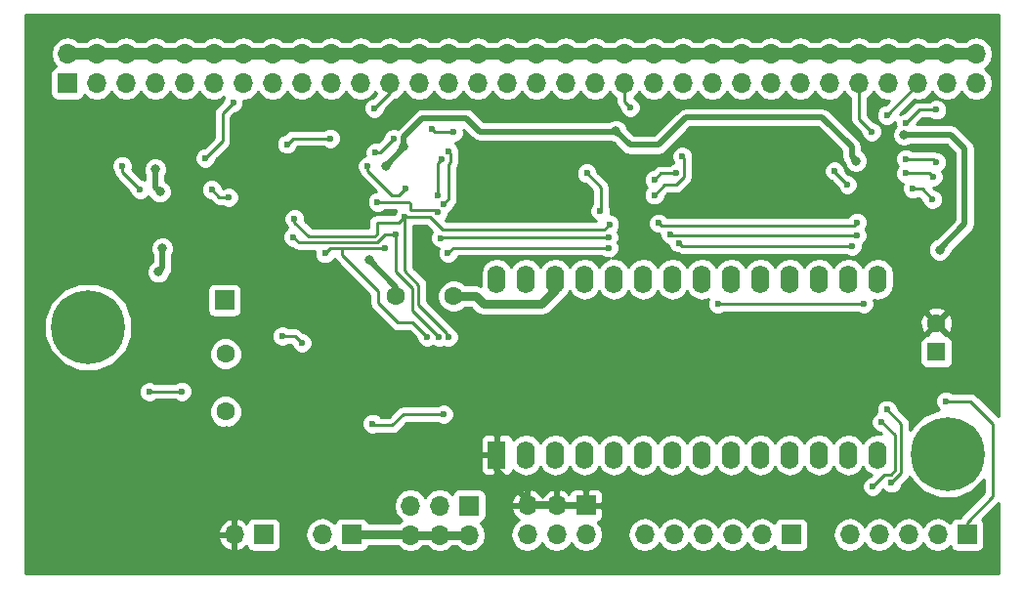
<source format=gbl>
G04 #@! TF.FileFunction,Copper,L2,Bot,Signal*
%FSLAX46Y46*%
G04 Gerber Fmt 4.6, Leading zero omitted, Abs format (unit mm)*
G04 Created by KiCad (PCBNEW 4.0.4-stable) date 02/26/17 13:48:46*
%MOMM*%
%LPD*%
G01*
G04 APERTURE LIST*
%ADD10C,0.100000*%
%ADD11C,0.600000*%
%ADD12R,1.600000X1.600000*%
%ADD13C,1.600000*%
%ADD14R,1.600000X2.400000*%
%ADD15O,1.600000X2.400000*%
%ADD16R,1.700000X1.700000*%
%ADD17O,1.700000X1.700000*%
%ADD18C,6.400000*%
%ADD19C,0.800000*%
%ADD20C,0.750000*%
%ADD21C,0.500000*%
%ADD22C,0.250000*%
%ADD23C,1.000000*%
G04 APERTURE END LIST*
D10*
D11*
X228175000Y-138525000D03*
X181275000Y-114075000D03*
X190325000Y-129425000D03*
X229975000Y-130250000D03*
X225350000Y-130975000D03*
X215950000Y-126325000D03*
X214050000Y-124775000D03*
X223300000Y-129225000D03*
X208425000Y-104400000D03*
X250925000Y-121175000D03*
X197500000Y-108725000D03*
X183525000Y-103425000D03*
X230175000Y-136875000D03*
X226625000Y-140875000D03*
D12*
X254900000Y-124900000D03*
D13*
X254900000Y-122400000D03*
D11*
X259350000Y-116900000D03*
X259400000Y-123650000D03*
X196200000Y-121750000D03*
X185500000Y-130600000D03*
X185250000Y-133550000D03*
X185350000Y-138200000D03*
X241825000Y-102900000D03*
X259650000Y-100350000D03*
X188760000Y-104300000D03*
X227075000Y-110050000D03*
X185250000Y-113950000D03*
X216750000Y-122650000D03*
X242125000Y-124525000D03*
X186950000Y-106070000D03*
X230800000Y-116825000D03*
X205150000Y-120475000D03*
X188925000Y-123925000D03*
X190075000Y-119500000D03*
X181525000Y-109525000D03*
X179050000Y-128600000D03*
X179600000Y-133550000D03*
X180900000Y-141750000D03*
X178950000Y-117875000D03*
X198550000Y-118975000D03*
X198425000Y-110975000D03*
X188425000Y-121150000D03*
X196300000Y-120000000D03*
X221875000Y-123925000D03*
X219325000Y-124900000D03*
X216275000Y-131050000D03*
X209800000Y-127375000D03*
X211600000Y-128850000D03*
X184450000Y-118500000D03*
X211400000Y-134675000D03*
X190250000Y-125750000D03*
X183750000Y-140850000D03*
X185225000Y-142800000D03*
X197050000Y-143550000D03*
X199200000Y-141250000D03*
X187800000Y-143300000D03*
X202900000Y-143250000D03*
X202400000Y-136525000D03*
X206850000Y-142950000D03*
X209700000Y-143350000D03*
X214300000Y-143350000D03*
X217100000Y-138900000D03*
X217100000Y-143000000D03*
X220000000Y-143250000D03*
X225250000Y-143400000D03*
X259750000Y-143600000D03*
X256400000Y-138300000D03*
X259250000Y-127100000D03*
X252700000Y-116425000D03*
X221375000Y-110850000D03*
X253175000Y-114300000D03*
X259400000Y-120350000D03*
X253550000Y-129450000D03*
X255675000Y-127325000D03*
X220000000Y-129125000D03*
X242950000Y-127425000D03*
X237350000Y-127500000D03*
X233275000Y-124950000D03*
X232800000Y-130650000D03*
X227375000Y-128275000D03*
X236800000Y-122125000D03*
X230425000Y-122275000D03*
X226975000Y-124075000D03*
X224550000Y-122400000D03*
X257400000Y-96550000D03*
X252400000Y-96550000D03*
X247400000Y-96550000D03*
X242400000Y-96550000D03*
X237400000Y-96550000D03*
X232400000Y-96550000D03*
X227400000Y-96550000D03*
X222400000Y-96550000D03*
X217400000Y-96550000D03*
X212400000Y-96550000D03*
X207400000Y-96550000D03*
X202400000Y-96550000D03*
X197400000Y-96550000D03*
X192400000Y-96550000D03*
X187400000Y-96550000D03*
X182400000Y-96550000D03*
D14*
X216800000Y-133800000D03*
D15*
X249820000Y-118560000D03*
X219340000Y-133800000D03*
X247280000Y-118560000D03*
X221880000Y-133800000D03*
X244740000Y-118560000D03*
X224420000Y-133800000D03*
X242200000Y-118560000D03*
X226960000Y-133800000D03*
X239660000Y-118560000D03*
X229500000Y-133800000D03*
X237120000Y-118560000D03*
X232040000Y-133800000D03*
X234580000Y-118560000D03*
X234580000Y-133800000D03*
X232040000Y-118560000D03*
X237120000Y-133800000D03*
X229500000Y-118560000D03*
X239660000Y-133800000D03*
X226960000Y-118560000D03*
X242200000Y-133800000D03*
X224420000Y-118560000D03*
X244740000Y-133800000D03*
X221880000Y-118560000D03*
X247280000Y-133800000D03*
X219340000Y-118560000D03*
X249820000Y-133800000D03*
X216800000Y-118560000D03*
D13*
X208050000Y-120050000D03*
X213050000Y-120050000D03*
X193300000Y-130050000D03*
X193300000Y-125050000D03*
D16*
X193200000Y-120400000D03*
X196596000Y-140716000D03*
D17*
X194056000Y-140716000D03*
D16*
X214400000Y-138200000D03*
D17*
X214400000Y-140740000D03*
X211860000Y-138200000D03*
X211860000Y-140740000D03*
X209320000Y-138200000D03*
X209320000Y-140740000D03*
D16*
X224536000Y-138176000D03*
D17*
X224536000Y-140716000D03*
X221996000Y-138176000D03*
X221996000Y-140716000D03*
X219456000Y-138176000D03*
X219456000Y-140716000D03*
D16*
X204216000Y-140716000D03*
D17*
X201676000Y-140716000D03*
D16*
X242316000Y-140716000D03*
D17*
X239776000Y-140716000D03*
X237236000Y-140716000D03*
X234696000Y-140716000D03*
X232156000Y-140716000D03*
X229616000Y-140716000D03*
D16*
X179600000Y-101600000D03*
D17*
X179600000Y-99060000D03*
X182140000Y-101600000D03*
X182140000Y-99060000D03*
X184680000Y-101600000D03*
X184680000Y-99060000D03*
X187220000Y-101600000D03*
X187220000Y-99060000D03*
X189760000Y-101600000D03*
X189760000Y-99060000D03*
X192300000Y-101600000D03*
X192300000Y-99060000D03*
X194840000Y-101600000D03*
X194840000Y-99060000D03*
X197380000Y-101600000D03*
X197380000Y-99060000D03*
X199920000Y-101600000D03*
X199920000Y-99060000D03*
X202460000Y-101600000D03*
X202460000Y-99060000D03*
X205000000Y-101600000D03*
X205000000Y-99060000D03*
X207540000Y-101600000D03*
X207540000Y-99060000D03*
X210080000Y-101600000D03*
X210080000Y-99060000D03*
X212620000Y-101600000D03*
X212620000Y-99060000D03*
X215160000Y-101600000D03*
X215160000Y-99060000D03*
X217700000Y-101600000D03*
X217700000Y-99060000D03*
X220240000Y-101600000D03*
X220240000Y-99060000D03*
X222780000Y-101600000D03*
X222780000Y-99060000D03*
X225320000Y-101600000D03*
X225320000Y-99060000D03*
X227860000Y-101600000D03*
X227860000Y-99060000D03*
X230400000Y-101600000D03*
X230400000Y-99060000D03*
X232940000Y-101600000D03*
X232940000Y-99060000D03*
X235480000Y-101600000D03*
X235480000Y-99060000D03*
X238020000Y-101600000D03*
X238020000Y-99060000D03*
X240560000Y-101600000D03*
X240560000Y-99060000D03*
X243100000Y-101600000D03*
X243100000Y-99060000D03*
X245640000Y-101600000D03*
X245640000Y-99060000D03*
X248180000Y-101600000D03*
X248180000Y-99060000D03*
X250720000Y-101600000D03*
X250720000Y-99060000D03*
X253260000Y-101600000D03*
X253260000Y-99060000D03*
X255800000Y-101600000D03*
X255800000Y-99060000D03*
X258340000Y-101600000D03*
X258340000Y-99060000D03*
D16*
X257556000Y-140716000D03*
D17*
X255016000Y-140716000D03*
X252476000Y-140716000D03*
X249936000Y-140716000D03*
X247396000Y-140716000D03*
D18*
X181400000Y-122720000D03*
X255870000Y-133720000D03*
D11*
X177210000Y-97090000D03*
D19*
X255175000Y-116025000D03*
X252075000Y-106075000D03*
X247925000Y-108325000D03*
X227125000Y-105750000D03*
X208750000Y-107050000D03*
X207200000Y-108750000D03*
X205725000Y-116925000D03*
X187200000Y-109050000D03*
X187600000Y-111000000D03*
X187825000Y-115900000D03*
X187475000Y-117950000D03*
X203300000Y-130700000D03*
X216650000Y-103250000D03*
X257875000Y-120775000D03*
X205550000Y-112850000D03*
X197600000Y-105025000D03*
X181850000Y-115825000D03*
X178975000Y-106175000D03*
X200475000Y-103275000D03*
X201925000Y-108275000D03*
X201850000Y-113300000D03*
X224400000Y-113000000D03*
X218950000Y-102975000D03*
X238900000Y-111525000D03*
X246250000Y-110900000D03*
X259600000Y-103400000D03*
X258750000Y-115650000D03*
X242600000Y-106350000D03*
X198550000Y-125750000D03*
X204150000Y-123750000D03*
X209550000Y-125450000D03*
X193400000Y-131700000D03*
D11*
X191550000Y-108075000D03*
X193950000Y-103275000D03*
X193575000Y-111475000D03*
X192100000Y-110825000D03*
X202350000Y-106375000D03*
X198625000Y-106875000D03*
X208875000Y-110725000D03*
X205600000Y-108775000D03*
X206175000Y-103750000D03*
X212025000Y-108225000D03*
X211725000Y-111275000D03*
X212175000Y-112075000D03*
X212600000Y-107500000D03*
X211150000Y-105550000D03*
X213025000Y-105850000D03*
X207850000Y-106400000D03*
X206300000Y-107600000D03*
X211725000Y-112775000D03*
X206475000Y-111875000D03*
X228375000Y-103700000D03*
X232350000Y-109400000D03*
X230450000Y-109975000D03*
X232875000Y-107950000D03*
X230450000Y-111275000D03*
X252850000Y-110750000D03*
X254550000Y-111650000D03*
X249300000Y-105800000D03*
X252250000Y-109400000D03*
X254600000Y-109700000D03*
X250600000Y-104350000D03*
X254900000Y-103900000D03*
X252250000Y-105050000D03*
X252250000Y-108150000D03*
X254900000Y-108450000D03*
X255700000Y-129150000D03*
X250600000Y-129900000D03*
X251000000Y-136250000D03*
X249350000Y-136550000D03*
X250150000Y-130950000D03*
X210750000Y-123575000D03*
X247575000Y-115700000D03*
X232575000Y-115425000D03*
X226475000Y-115850000D03*
X212575000Y-116325000D03*
X207100000Y-115900000D03*
X201925000Y-116350000D03*
X211750000Y-123575000D03*
X247975000Y-114775000D03*
X231825000Y-114675000D03*
X226475000Y-114975000D03*
X211925000Y-115000000D03*
X208075000Y-114725000D03*
X199150000Y-114925000D03*
X212625000Y-123600000D03*
X248025000Y-113650000D03*
X230825000Y-113725000D03*
X226550000Y-113825000D03*
X208825000Y-113175000D03*
X199275000Y-113375000D03*
X184350000Y-108750000D03*
X185900000Y-110800000D03*
X224600000Y-109400000D03*
X225775000Y-112675000D03*
X247150000Y-110400000D03*
X246050000Y-109200000D03*
X189500000Y-128300000D03*
X186690000Y-128350000D03*
X248600000Y-120700000D03*
X235950000Y-120700000D03*
X199900000Y-124100000D03*
X198200000Y-123500000D03*
X206050000Y-131100000D03*
X212200000Y-130300000D03*
D20*
X204216000Y-140716000D02*
X209296000Y-140716000D01*
X209296000Y-140716000D02*
X209320000Y-140740000D01*
X211860000Y-140740000D02*
X214400000Y-140740000D01*
X209320000Y-140740000D02*
X211860000Y-140740000D01*
X209296000Y-140716000D02*
X209320000Y-140740000D01*
D21*
X208750000Y-107050000D02*
X208750000Y-106225000D01*
X210350000Y-104625000D02*
X214175000Y-104625000D01*
X208750000Y-106225000D02*
X210350000Y-104625000D01*
X227125000Y-105750000D02*
X228325000Y-106950000D01*
X230800000Y-106950000D02*
X233200000Y-104550000D01*
X228325000Y-106950000D02*
X230800000Y-106950000D01*
X255175000Y-115975000D02*
X255175000Y-116025000D01*
X257350000Y-113800000D02*
X255175000Y-115975000D01*
X257350000Y-107275000D02*
X257350000Y-113800000D01*
X256125000Y-106050000D02*
X257350000Y-107275000D01*
X252100000Y-106050000D02*
X256125000Y-106050000D01*
X252075000Y-106075000D02*
X252100000Y-106050000D01*
X247550000Y-107100000D02*
X247550000Y-107925000D01*
X247550000Y-107925000D02*
X247925000Y-108300000D01*
X247925000Y-108300000D02*
X247925000Y-108325000D01*
X245000000Y-104550000D02*
X247550000Y-107100000D01*
X233200000Y-104550000D02*
X245000000Y-104550000D01*
X227100000Y-105775000D02*
X227125000Y-105750000D01*
X215325000Y-105775000D02*
X227100000Y-105775000D01*
X214175000Y-104625000D02*
X215325000Y-105775000D01*
X208750000Y-107200000D02*
X208750000Y-107050000D01*
X207200000Y-108750000D02*
X208750000Y-107200000D01*
X208050000Y-120050000D02*
X208050000Y-119250000D01*
X208050000Y-119250000D02*
X205725000Y-116925000D01*
X187200000Y-110600000D02*
X187200000Y-109050000D01*
X187600000Y-111000000D02*
X187200000Y-110600000D01*
X187825000Y-117600000D02*
X187825000Y-115900000D01*
X187475000Y-117950000D02*
X187825000Y-117600000D01*
X218950000Y-102975000D02*
X218950000Y-102950000D01*
X194056000Y-140716000D02*
X193936000Y-140716000D01*
X219456000Y-138176000D02*
X219456000Y-137756000D01*
X219456000Y-137756000D02*
X216800000Y-135100000D01*
X216800000Y-135100000D02*
X216800000Y-133800000D01*
X224536000Y-138176000D02*
X221996000Y-138176000D01*
X221996000Y-138044000D02*
X219588000Y-138044000D01*
X219588000Y-138044000D02*
X219456000Y-138176000D01*
D22*
X191550000Y-108075000D02*
X193025000Y-106600000D01*
X193025000Y-106600000D02*
X193025000Y-104200000D01*
X193025000Y-104200000D02*
X193950000Y-103275000D01*
X192750000Y-111475000D02*
X193575000Y-111475000D01*
X192100000Y-110825000D02*
X192750000Y-111475000D01*
X199125000Y-106375000D02*
X202350000Y-106375000D01*
X198625000Y-106875000D02*
X199125000Y-106375000D01*
X205600000Y-108775000D02*
X205600000Y-109175000D01*
X208275000Y-111325000D02*
X208875000Y-110725000D01*
X207750000Y-111325000D02*
X208275000Y-111325000D01*
X205600000Y-109175000D02*
X207750000Y-111325000D01*
X206175000Y-103750000D02*
X207540000Y-102385000D01*
X207540000Y-102385000D02*
X207540000Y-101600000D01*
X211725000Y-110100000D02*
X211725000Y-108525000D01*
X211725000Y-111275000D02*
X211725000Y-110100000D01*
X211725000Y-108525000D02*
X212025000Y-108225000D01*
X212775000Y-108450000D02*
X212775000Y-107675000D01*
X212650000Y-108575000D02*
X212775000Y-108450000D01*
X212650000Y-111600000D02*
X212650000Y-109075000D01*
X212175000Y-112075000D02*
X212650000Y-111600000D01*
X212650000Y-109075000D02*
X212650000Y-108575000D01*
X212775000Y-107675000D02*
X212600000Y-107500000D01*
X211450000Y-105850000D02*
X213025000Y-105850000D01*
X211150000Y-105550000D02*
X211450000Y-105850000D01*
X207850000Y-106400000D02*
X206650000Y-107600000D01*
X206650000Y-107600000D02*
X206300000Y-107600000D01*
X215250000Y-101690000D02*
X215160000Y-101600000D01*
X209275000Y-112600000D02*
X209275000Y-111975000D01*
X209175000Y-111875000D02*
X206475000Y-111875000D01*
X211550000Y-112600000D02*
X211725000Y-112775000D01*
X209275000Y-112600000D02*
X211550000Y-112600000D01*
X209275000Y-111975000D02*
X209175000Y-111875000D01*
X217750000Y-101650000D02*
X217700000Y-101600000D01*
X220250000Y-101610000D02*
X220240000Y-101600000D01*
X222750000Y-101630000D02*
X222780000Y-101600000D01*
X227860000Y-103185000D02*
X227860000Y-101600000D01*
X228375000Y-103700000D02*
X227860000Y-103185000D01*
X227825000Y-101635000D02*
X227860000Y-101600000D01*
X227750000Y-101710000D02*
X227860000Y-101600000D01*
X231025000Y-109400000D02*
X232350000Y-109400000D01*
X230450000Y-109975000D02*
X231025000Y-109400000D01*
X233025000Y-108100000D02*
X232875000Y-107950000D01*
X233025000Y-109750000D02*
X233025000Y-108100000D01*
X232350000Y-110425000D02*
X233025000Y-109750000D01*
X231300000Y-110425000D02*
X232350000Y-110425000D01*
X230450000Y-111275000D02*
X231300000Y-110425000D01*
X235500000Y-101620000D02*
X235480000Y-101600000D01*
X238000000Y-101620000D02*
X238020000Y-101600000D01*
X253650000Y-110750000D02*
X252850000Y-110750000D01*
X254550000Y-111650000D02*
X253650000Y-110750000D01*
X248180000Y-101600000D02*
X248180000Y-104680000D01*
X248180000Y-104680000D02*
X249300000Y-105800000D01*
X252200000Y-109400000D02*
X252250000Y-109400000D01*
X254300000Y-109400000D02*
X252200000Y-109400000D01*
X254600000Y-109700000D02*
X254300000Y-109400000D01*
X250600000Y-104350000D02*
X253260000Y-101690000D01*
X253260000Y-101690000D02*
X253260000Y-101600000D01*
X253260000Y-101600000D02*
X253250000Y-101600000D01*
X253400000Y-103900000D02*
X254900000Y-103900000D01*
X252250000Y-105050000D02*
X253400000Y-103900000D01*
X254600000Y-108150000D02*
X252250000Y-108150000D01*
X254900000Y-108450000D02*
X254600000Y-108150000D01*
X257556000Y-139644000D02*
X259800000Y-137400000D01*
X259800000Y-137400000D02*
X259800000Y-131100000D01*
X259800000Y-131100000D02*
X257850000Y-129150000D01*
X257850000Y-129150000D02*
X255700000Y-129150000D01*
X257556000Y-140716000D02*
X257556000Y-139644000D01*
X251850000Y-131150000D02*
X250600000Y-129900000D01*
X251850000Y-135400000D02*
X251850000Y-131150000D01*
X251000000Y-136250000D02*
X251850000Y-135400000D01*
X249350000Y-136550000D02*
X250400000Y-135500000D01*
X250400000Y-135500000D02*
X250950000Y-135500000D01*
X250950000Y-135500000D02*
X251300000Y-135150000D01*
X251300000Y-135150000D02*
X251300000Y-132100000D01*
X251300000Y-132100000D02*
X250150000Y-130950000D01*
X209525000Y-122350000D02*
X208225000Y-122350000D01*
X210750000Y-123575000D02*
X209525000Y-122350000D01*
X203400000Y-116500000D02*
X203400000Y-115900000D01*
X206500000Y-119600000D02*
X203400000Y-116500000D01*
X206500000Y-120625000D02*
X206500000Y-119600000D01*
X208225000Y-122350000D02*
X206500000Y-120625000D01*
X232850000Y-115700000D02*
X247575000Y-115700000D01*
X232575000Y-115425000D02*
X232850000Y-115700000D01*
X213050000Y-115850000D02*
X226475000Y-115850000D01*
X212575000Y-116325000D02*
X213050000Y-115850000D01*
X202375000Y-115900000D02*
X203400000Y-115900000D01*
X203400000Y-115900000D02*
X207100000Y-115900000D01*
X201925000Y-116350000D02*
X202375000Y-115900000D01*
X211750000Y-123575000D02*
X209450000Y-121275000D01*
X209450000Y-121275000D02*
X209450000Y-119325000D01*
X209450000Y-119325000D02*
X208075000Y-117950000D01*
X208075000Y-117950000D02*
X208075000Y-114725000D01*
X247950000Y-114750000D02*
X247975000Y-114775000D01*
X231900000Y-114750000D02*
X247950000Y-114750000D01*
X231825000Y-114675000D02*
X231900000Y-114750000D01*
X211950000Y-114975000D02*
X226475000Y-114975000D01*
X211925000Y-115000000D02*
X211950000Y-114975000D01*
X208050000Y-114700000D02*
X208075000Y-114725000D01*
X207150000Y-114700000D02*
X208050000Y-114700000D01*
X206450000Y-115400000D02*
X207150000Y-114700000D01*
X199625000Y-115400000D02*
X206450000Y-115400000D01*
X199150000Y-114925000D02*
X199625000Y-115400000D01*
X212625000Y-123600000D02*
X212450000Y-123425000D01*
X212450000Y-123425000D02*
X212450000Y-123225000D01*
X212450000Y-123225000D02*
X210025000Y-120800000D01*
X210025000Y-120800000D02*
X210025000Y-119069998D01*
X210025000Y-119069998D02*
X208825000Y-117869998D01*
X208825000Y-117869998D02*
X208825000Y-113175000D01*
X247725000Y-113950000D02*
X248025000Y-113650000D01*
X231050000Y-113950000D02*
X247725000Y-113950000D01*
X230825000Y-113725000D02*
X231050000Y-113950000D01*
X208825000Y-113175000D02*
X210975000Y-113175000D01*
X226100000Y-114275000D02*
X226550000Y-113825000D01*
X212075000Y-114275000D02*
X226100000Y-114275000D01*
X210975000Y-113175000D02*
X212075000Y-114275000D01*
X206400000Y-113675000D02*
X208325000Y-113675000D01*
X199275000Y-113675000D02*
X200500000Y-114900000D01*
X200500000Y-114900000D02*
X206225000Y-114900000D01*
X206225000Y-114900000D02*
X206400000Y-114725000D01*
X206400000Y-114725000D02*
X206400000Y-113675000D01*
X199275000Y-113375000D02*
X199275000Y-113675000D01*
X208325000Y-113675000D02*
X208825000Y-113175000D01*
X199275000Y-113375000D02*
X199325000Y-113375000D01*
X184350000Y-109250000D02*
X184350000Y-108750000D01*
X185900000Y-110800000D02*
X184350000Y-109250000D01*
X225800000Y-110600000D02*
X224600000Y-109400000D01*
X225800000Y-112650000D02*
X225800000Y-110600000D01*
X225775000Y-112675000D02*
X225800000Y-112650000D01*
X229500000Y-118560000D02*
X229500000Y-118100000D01*
X247150000Y-110400000D02*
X246050000Y-109300000D01*
X246050000Y-109300000D02*
X246050000Y-109200000D01*
D23*
X258340000Y-99060000D02*
X179600000Y-99060000D01*
D20*
X221880000Y-118560000D02*
X221880000Y-119545000D01*
X221880000Y-119545000D02*
X220675000Y-120750000D01*
X220675000Y-120750000D02*
X215650000Y-120750000D01*
X215650000Y-120750000D02*
X214950000Y-120050000D01*
X214950000Y-120050000D02*
X213050000Y-120050000D01*
D22*
X186740000Y-128300000D02*
X189500000Y-128300000D01*
X186740000Y-128300000D02*
X186690000Y-128350000D01*
X235950000Y-120700000D02*
X248600000Y-120700000D01*
X199300000Y-123500000D02*
X198200000Y-123500000D01*
X199900000Y-124100000D02*
X199300000Y-123500000D01*
X210550000Y-130300000D02*
X212200000Y-130300000D01*
X210550000Y-130300000D02*
X208700000Y-130300000D01*
X207750000Y-131250000D02*
X208700000Y-130300000D01*
X206200000Y-131250000D02*
X207750000Y-131250000D01*
X206050000Y-131100000D02*
X206200000Y-131250000D01*
G36*
X260245000Y-97450000D02*
X260246989Y-97460000D01*
X260245000Y-97470000D01*
X260245000Y-130484340D01*
X258380330Y-128619670D01*
X258137013Y-128457090D01*
X257850000Y-128400000D01*
X256258316Y-128400000D01*
X256224655Y-128366280D01*
X255884801Y-128225161D01*
X255516813Y-128224840D01*
X255176714Y-128365366D01*
X254916280Y-128625345D01*
X254775161Y-128965199D01*
X254774840Y-129333187D01*
X254915366Y-129673286D01*
X255136052Y-129894359D01*
X255112498Y-129894338D01*
X253706142Y-130475432D01*
X252629214Y-131550483D01*
X252600000Y-131620838D01*
X252600000Y-131150000D01*
X252542910Y-130862987D01*
X252380330Y-130619670D01*
X251525118Y-129764458D01*
X251525160Y-129716813D01*
X251384634Y-129376714D01*
X251124655Y-129116280D01*
X250784801Y-128975161D01*
X250416813Y-128974840D01*
X250076714Y-129115366D01*
X249816280Y-129375345D01*
X249675161Y-129715199D01*
X249674840Y-130083187D01*
X249696826Y-130136396D01*
X249626714Y-130165366D01*
X249366280Y-130425345D01*
X249225161Y-130765199D01*
X249224840Y-131133187D01*
X249365366Y-131473286D01*
X249625345Y-131733720D01*
X249965199Y-131874839D01*
X250014222Y-131874882D01*
X250142794Y-132003454D01*
X249820000Y-131939246D01*
X249274676Y-132047718D01*
X248812373Y-132356619D01*
X248550000Y-132749288D01*
X248287627Y-132356619D01*
X247825324Y-132047718D01*
X247280000Y-131939246D01*
X246734676Y-132047718D01*
X246272373Y-132356619D01*
X246010000Y-132749288D01*
X245747627Y-132356619D01*
X245285324Y-132047718D01*
X244740000Y-131939246D01*
X244194676Y-132047718D01*
X243732373Y-132356619D01*
X243470000Y-132749288D01*
X243207627Y-132356619D01*
X242745324Y-132047718D01*
X242200000Y-131939246D01*
X241654676Y-132047718D01*
X241192373Y-132356619D01*
X240930000Y-132749288D01*
X240667627Y-132356619D01*
X240205324Y-132047718D01*
X239660000Y-131939246D01*
X239114676Y-132047718D01*
X238652373Y-132356619D01*
X238390000Y-132749288D01*
X238127627Y-132356619D01*
X237665324Y-132047718D01*
X237120000Y-131939246D01*
X236574676Y-132047718D01*
X236112373Y-132356619D01*
X235850000Y-132749288D01*
X235587627Y-132356619D01*
X235125324Y-132047718D01*
X234580000Y-131939246D01*
X234034676Y-132047718D01*
X233572373Y-132356619D01*
X233310000Y-132749288D01*
X233047627Y-132356619D01*
X232585324Y-132047718D01*
X232040000Y-131939246D01*
X231494676Y-132047718D01*
X231032373Y-132356619D01*
X230770000Y-132749288D01*
X230507627Y-132356619D01*
X230045324Y-132047718D01*
X229500000Y-131939246D01*
X228954676Y-132047718D01*
X228492373Y-132356619D01*
X228230000Y-132749288D01*
X227967627Y-132356619D01*
X227505324Y-132047718D01*
X226960000Y-131939246D01*
X226414676Y-132047718D01*
X225952373Y-132356619D01*
X225690000Y-132749288D01*
X225427627Y-132356619D01*
X224965324Y-132047718D01*
X224420000Y-131939246D01*
X223874676Y-132047718D01*
X223412373Y-132356619D01*
X223150000Y-132749288D01*
X222887627Y-132356619D01*
X222425324Y-132047718D01*
X221880000Y-131939246D01*
X221334676Y-132047718D01*
X220872373Y-132356619D01*
X220610000Y-132749288D01*
X220347627Y-132356619D01*
X219885324Y-132047718D01*
X219340000Y-131939246D01*
X218794676Y-132047718D01*
X218332373Y-132356619D01*
X218225000Y-132517314D01*
X218225000Y-132475680D01*
X218129850Y-132245966D01*
X217954034Y-132070151D01*
X217724320Y-131975000D01*
X217081250Y-131975000D01*
X216925000Y-132131250D01*
X216925000Y-133675000D01*
X216945000Y-133675000D01*
X216945000Y-133925000D01*
X216925000Y-133925000D01*
X216925000Y-135468750D01*
X217081250Y-135625000D01*
X217724320Y-135625000D01*
X217954034Y-135529849D01*
X218129850Y-135354034D01*
X218225000Y-135124320D01*
X218225000Y-135082686D01*
X218332373Y-135243381D01*
X218794676Y-135552282D01*
X219340000Y-135660754D01*
X219885324Y-135552282D01*
X220347627Y-135243381D01*
X220610000Y-134850712D01*
X220872373Y-135243381D01*
X221334676Y-135552282D01*
X221880000Y-135660754D01*
X222425324Y-135552282D01*
X222887627Y-135243381D01*
X223150000Y-134850712D01*
X223412373Y-135243381D01*
X223874676Y-135552282D01*
X224420000Y-135660754D01*
X224965324Y-135552282D01*
X225427627Y-135243381D01*
X225690000Y-134850712D01*
X225952373Y-135243381D01*
X226414676Y-135552282D01*
X226960000Y-135660754D01*
X227505324Y-135552282D01*
X227967627Y-135243381D01*
X228230000Y-134850712D01*
X228492373Y-135243381D01*
X228954676Y-135552282D01*
X229500000Y-135660754D01*
X230045324Y-135552282D01*
X230507627Y-135243381D01*
X230770000Y-134850712D01*
X231032373Y-135243381D01*
X231494676Y-135552282D01*
X232040000Y-135660754D01*
X232585324Y-135552282D01*
X233047627Y-135243381D01*
X233310000Y-134850712D01*
X233572373Y-135243381D01*
X234034676Y-135552282D01*
X234580000Y-135660754D01*
X235125324Y-135552282D01*
X235587627Y-135243381D01*
X235850000Y-134850712D01*
X236112373Y-135243381D01*
X236574676Y-135552282D01*
X237120000Y-135660754D01*
X237665324Y-135552282D01*
X238127627Y-135243381D01*
X238390000Y-134850712D01*
X238652373Y-135243381D01*
X239114676Y-135552282D01*
X239660000Y-135660754D01*
X240205324Y-135552282D01*
X240667627Y-135243381D01*
X240930000Y-134850712D01*
X241192373Y-135243381D01*
X241654676Y-135552282D01*
X242200000Y-135660754D01*
X242745324Y-135552282D01*
X243207627Y-135243381D01*
X243470000Y-134850712D01*
X243732373Y-135243381D01*
X244194676Y-135552282D01*
X244740000Y-135660754D01*
X245285324Y-135552282D01*
X245747627Y-135243381D01*
X246010000Y-134850712D01*
X246272373Y-135243381D01*
X246734676Y-135552282D01*
X247280000Y-135660754D01*
X247825324Y-135552282D01*
X248287627Y-135243381D01*
X248550000Y-134850712D01*
X248812373Y-135243381D01*
X249274676Y-135552282D01*
X249285004Y-135554336D01*
X249214458Y-135624882D01*
X249166813Y-135624840D01*
X248826714Y-135765366D01*
X248566280Y-136025345D01*
X248425161Y-136365199D01*
X248424840Y-136733187D01*
X248565366Y-137073286D01*
X248825345Y-137333720D01*
X249165199Y-137474839D01*
X249533187Y-137475160D01*
X249873286Y-137334634D01*
X250133720Y-137074655D01*
X250246082Y-136804056D01*
X250475345Y-137033720D01*
X250815199Y-137174839D01*
X251183187Y-137175160D01*
X251523286Y-137034634D01*
X251783720Y-136774655D01*
X251924839Y-136434801D01*
X251924882Y-136385778D01*
X252380330Y-135930330D01*
X252542911Y-135687012D01*
X252543296Y-135685074D01*
X252625432Y-135883858D01*
X253700483Y-136960786D01*
X255105823Y-137544334D01*
X256627502Y-137545662D01*
X258033858Y-136964568D01*
X259050000Y-135950197D01*
X259050000Y-137089340D01*
X257025670Y-139113670D01*
X256948772Y-139228756D01*
X256706000Y-139228756D01*
X256474389Y-139272337D01*
X256261668Y-139409219D01*
X256118962Y-139618076D01*
X256100965Y-139706950D01*
X256058983Y-139644120D01*
X255580458Y-139324381D01*
X255016000Y-139212103D01*
X254451542Y-139324381D01*
X253973017Y-139644120D01*
X253746000Y-139983876D01*
X253518983Y-139644120D01*
X253040458Y-139324381D01*
X252476000Y-139212103D01*
X251911542Y-139324381D01*
X251433017Y-139644120D01*
X251206000Y-139983876D01*
X250978983Y-139644120D01*
X250500458Y-139324381D01*
X249936000Y-139212103D01*
X249371542Y-139324381D01*
X248893017Y-139644120D01*
X248666000Y-139983876D01*
X248438983Y-139644120D01*
X247960458Y-139324381D01*
X247396000Y-139212103D01*
X246831542Y-139324381D01*
X246353017Y-139644120D01*
X246033278Y-140122645D01*
X245921000Y-140687103D01*
X245921000Y-140744897D01*
X246033278Y-141309355D01*
X246353017Y-141787880D01*
X246831542Y-142107619D01*
X247396000Y-142219897D01*
X247960458Y-142107619D01*
X248438983Y-141787880D01*
X248666000Y-141448124D01*
X248893017Y-141787880D01*
X249371542Y-142107619D01*
X249936000Y-142219897D01*
X250500458Y-142107619D01*
X250978983Y-141787880D01*
X251206000Y-141448124D01*
X251433017Y-141787880D01*
X251911542Y-142107619D01*
X252476000Y-142219897D01*
X253040458Y-142107619D01*
X253518983Y-141787880D01*
X253746000Y-141448124D01*
X253973017Y-141787880D01*
X254451542Y-142107619D01*
X255016000Y-142219897D01*
X255580458Y-142107619D01*
X256058983Y-141787880D01*
X256099185Y-141727714D01*
X256112337Y-141797611D01*
X256249219Y-142010332D01*
X256458076Y-142153038D01*
X256706000Y-142203244D01*
X258406000Y-142203244D01*
X258637611Y-142159663D01*
X258850332Y-142022781D01*
X258993038Y-141813924D01*
X259043244Y-141566000D01*
X259043244Y-139866000D01*
X258999663Y-139634389D01*
X258862781Y-139421668D01*
X258848648Y-139412012D01*
X260245000Y-138015660D01*
X260245000Y-144095000D01*
X175995000Y-144095000D01*
X175995000Y-141069373D01*
X192623946Y-141069373D01*
X192868185Y-141590497D01*
X193293258Y-141978487D01*
X193702628Y-142148045D01*
X193931000Y-142028812D01*
X193931000Y-140841000D01*
X192742547Y-140841000D01*
X192623946Y-141069373D01*
X175995000Y-141069373D01*
X175995000Y-140362627D01*
X192623946Y-140362627D01*
X192742547Y-140591000D01*
X193931000Y-140591000D01*
X193931000Y-139403188D01*
X194181000Y-139403188D01*
X194181000Y-140591000D01*
X194201000Y-140591000D01*
X194201000Y-140841000D01*
X194181000Y-140841000D01*
X194181000Y-142028812D01*
X194409372Y-142148045D01*
X194818742Y-141978487D01*
X195132486Y-141692114D01*
X195152337Y-141797611D01*
X195289219Y-142010332D01*
X195498076Y-142153038D01*
X195746000Y-142203244D01*
X197446000Y-142203244D01*
X197677611Y-142159663D01*
X197890332Y-142022781D01*
X198033038Y-141813924D01*
X198083244Y-141566000D01*
X198083244Y-140687103D01*
X200201000Y-140687103D01*
X200201000Y-140744897D01*
X200313278Y-141309355D01*
X200633017Y-141787880D01*
X201111542Y-142107619D01*
X201676000Y-142219897D01*
X202240458Y-142107619D01*
X202718983Y-141787880D01*
X202759185Y-141727714D01*
X202772337Y-141797611D01*
X202909219Y-142010332D01*
X203118076Y-142153038D01*
X203366000Y-142203244D01*
X205066000Y-142203244D01*
X205297611Y-142159663D01*
X205510332Y-142022781D01*
X205653038Y-141813924D01*
X205672868Y-141716000D01*
X208212952Y-141716000D01*
X208277017Y-141811880D01*
X208755542Y-142131619D01*
X209320000Y-142243897D01*
X209884458Y-142131619D01*
X210362983Y-141811880D01*
X210411012Y-141740000D01*
X210768988Y-141740000D01*
X210817017Y-141811880D01*
X211295542Y-142131619D01*
X211860000Y-142243897D01*
X212424458Y-142131619D01*
X212902983Y-141811880D01*
X212951012Y-141740000D01*
X213308988Y-141740000D01*
X213357017Y-141811880D01*
X213835542Y-142131619D01*
X214400000Y-142243897D01*
X214964458Y-142131619D01*
X215442983Y-141811880D01*
X215762722Y-141333355D01*
X215875000Y-140768897D01*
X215875000Y-140711103D01*
X215870227Y-140687103D01*
X217981000Y-140687103D01*
X217981000Y-140744897D01*
X218093278Y-141309355D01*
X218413017Y-141787880D01*
X218891542Y-142107619D01*
X219456000Y-142219897D01*
X220020458Y-142107619D01*
X220498983Y-141787880D01*
X220726000Y-141448124D01*
X220953017Y-141787880D01*
X221431542Y-142107619D01*
X221996000Y-142219897D01*
X222560458Y-142107619D01*
X223038983Y-141787880D01*
X223266000Y-141448124D01*
X223493017Y-141787880D01*
X223971542Y-142107619D01*
X224536000Y-142219897D01*
X225100458Y-142107619D01*
X225578983Y-141787880D01*
X225898722Y-141309355D01*
X226011000Y-140744897D01*
X226011000Y-140687103D01*
X228141000Y-140687103D01*
X228141000Y-140744897D01*
X228253278Y-141309355D01*
X228573017Y-141787880D01*
X229051542Y-142107619D01*
X229616000Y-142219897D01*
X230180458Y-142107619D01*
X230658983Y-141787880D01*
X230886000Y-141448124D01*
X231113017Y-141787880D01*
X231591542Y-142107619D01*
X232156000Y-142219897D01*
X232720458Y-142107619D01*
X233198983Y-141787880D01*
X233426000Y-141448124D01*
X233653017Y-141787880D01*
X234131542Y-142107619D01*
X234696000Y-142219897D01*
X235260458Y-142107619D01*
X235738983Y-141787880D01*
X235966000Y-141448124D01*
X236193017Y-141787880D01*
X236671542Y-142107619D01*
X237236000Y-142219897D01*
X237800458Y-142107619D01*
X238278983Y-141787880D01*
X238506000Y-141448124D01*
X238733017Y-141787880D01*
X239211542Y-142107619D01*
X239776000Y-142219897D01*
X240340458Y-142107619D01*
X240818983Y-141787880D01*
X240859185Y-141727714D01*
X240872337Y-141797611D01*
X241009219Y-142010332D01*
X241218076Y-142153038D01*
X241466000Y-142203244D01*
X243166000Y-142203244D01*
X243397611Y-142159663D01*
X243610332Y-142022781D01*
X243753038Y-141813924D01*
X243803244Y-141566000D01*
X243803244Y-139866000D01*
X243759663Y-139634389D01*
X243622781Y-139421668D01*
X243413924Y-139278962D01*
X243166000Y-139228756D01*
X241466000Y-139228756D01*
X241234389Y-139272337D01*
X241021668Y-139409219D01*
X240878962Y-139618076D01*
X240860965Y-139706950D01*
X240818983Y-139644120D01*
X240340458Y-139324381D01*
X239776000Y-139212103D01*
X239211542Y-139324381D01*
X238733017Y-139644120D01*
X238506000Y-139983876D01*
X238278983Y-139644120D01*
X237800458Y-139324381D01*
X237236000Y-139212103D01*
X236671542Y-139324381D01*
X236193017Y-139644120D01*
X235966000Y-139983876D01*
X235738983Y-139644120D01*
X235260458Y-139324381D01*
X234696000Y-139212103D01*
X234131542Y-139324381D01*
X233653017Y-139644120D01*
X233426000Y-139983876D01*
X233198983Y-139644120D01*
X232720458Y-139324381D01*
X232156000Y-139212103D01*
X231591542Y-139324381D01*
X231113017Y-139644120D01*
X230886000Y-139983876D01*
X230658983Y-139644120D01*
X230180458Y-139324381D01*
X229616000Y-139212103D01*
X229051542Y-139324381D01*
X228573017Y-139644120D01*
X228253278Y-140122645D01*
X228141000Y-140687103D01*
X226011000Y-140687103D01*
X225898722Y-140122645D01*
X225578983Y-139644120D01*
X225559063Y-139630810D01*
X225740034Y-139555849D01*
X225915850Y-139380034D01*
X226011000Y-139150320D01*
X226011000Y-138457250D01*
X225854750Y-138301000D01*
X224661000Y-138301000D01*
X224661000Y-138321000D01*
X224411000Y-138321000D01*
X224411000Y-138301000D01*
X222121000Y-138301000D01*
X222121000Y-138321000D01*
X221871000Y-138321000D01*
X221871000Y-138301000D01*
X219581000Y-138301000D01*
X219581000Y-138321000D01*
X219331000Y-138321000D01*
X219331000Y-138301000D01*
X218142547Y-138301000D01*
X218023946Y-138529373D01*
X218268185Y-139050497D01*
X218693258Y-139438487D01*
X218710242Y-139445522D01*
X218413017Y-139644120D01*
X218093278Y-140122645D01*
X217981000Y-140687103D01*
X215870227Y-140687103D01*
X215762722Y-140146645D01*
X215442983Y-139668120D01*
X215422911Y-139654708D01*
X215481611Y-139643663D01*
X215694332Y-139506781D01*
X215837038Y-139297924D01*
X215887244Y-139050000D01*
X215887244Y-137822627D01*
X218023946Y-137822627D01*
X218142547Y-138051000D01*
X219331000Y-138051000D01*
X219331000Y-136863188D01*
X219581000Y-136863188D01*
X219581000Y-138051000D01*
X221871000Y-138051000D01*
X221871000Y-136863188D01*
X222121000Y-136863188D01*
X222121000Y-138051000D01*
X224411000Y-138051000D01*
X224411000Y-136857250D01*
X224661000Y-136857250D01*
X224661000Y-138051000D01*
X225854750Y-138051000D01*
X226011000Y-137894750D01*
X226011000Y-137201680D01*
X225915850Y-136971966D01*
X225740034Y-136796151D01*
X225510320Y-136701000D01*
X224817250Y-136701000D01*
X224661000Y-136857250D01*
X224411000Y-136857250D01*
X224254750Y-136701000D01*
X223561680Y-136701000D01*
X223331966Y-136796151D01*
X223156150Y-136971966D01*
X223064690Y-137192771D01*
X222758742Y-136913513D01*
X222349372Y-136743955D01*
X222121000Y-136863188D01*
X221871000Y-136863188D01*
X221642628Y-136743955D01*
X221233258Y-136913513D01*
X220808185Y-137301503D01*
X220726000Y-137476858D01*
X220643815Y-137301503D01*
X220218742Y-136913513D01*
X219809372Y-136743955D01*
X219581000Y-136863188D01*
X219331000Y-136863188D01*
X219102628Y-136743955D01*
X218693258Y-136913513D01*
X218268185Y-137301503D01*
X218023946Y-137822627D01*
X215887244Y-137822627D01*
X215887244Y-137350000D01*
X215843663Y-137118389D01*
X215706781Y-136905668D01*
X215497924Y-136762962D01*
X215250000Y-136712756D01*
X213550000Y-136712756D01*
X213318389Y-136756337D01*
X213105668Y-136893219D01*
X212962962Y-137102076D01*
X212944965Y-137190950D01*
X212902983Y-137128120D01*
X212424458Y-136808381D01*
X211860000Y-136696103D01*
X211295542Y-136808381D01*
X210817017Y-137128120D01*
X210590000Y-137467876D01*
X210362983Y-137128120D01*
X209884458Y-136808381D01*
X209320000Y-136696103D01*
X208755542Y-136808381D01*
X208277017Y-137128120D01*
X207957278Y-137606645D01*
X207845000Y-138171103D01*
X207845000Y-138228897D01*
X207957278Y-138793355D01*
X208277017Y-139271880D01*
X208573526Y-139470000D01*
X208277017Y-139668120D01*
X208245025Y-139716000D01*
X205675019Y-139716000D01*
X205659663Y-139634389D01*
X205522781Y-139421668D01*
X205313924Y-139278962D01*
X205066000Y-139228756D01*
X203366000Y-139228756D01*
X203134389Y-139272337D01*
X202921668Y-139409219D01*
X202778962Y-139618076D01*
X202760965Y-139706950D01*
X202718983Y-139644120D01*
X202240458Y-139324381D01*
X201676000Y-139212103D01*
X201111542Y-139324381D01*
X200633017Y-139644120D01*
X200313278Y-140122645D01*
X200201000Y-140687103D01*
X198083244Y-140687103D01*
X198083244Y-139866000D01*
X198039663Y-139634389D01*
X197902781Y-139421668D01*
X197693924Y-139278962D01*
X197446000Y-139228756D01*
X195746000Y-139228756D01*
X195514389Y-139272337D01*
X195301668Y-139409219D01*
X195158962Y-139618076D01*
X195134013Y-139741280D01*
X194818742Y-139453513D01*
X194409372Y-139283955D01*
X194181000Y-139403188D01*
X193931000Y-139403188D01*
X193702628Y-139283955D01*
X193293258Y-139453513D01*
X192868185Y-139841503D01*
X192623946Y-140362627D01*
X175995000Y-140362627D01*
X175995000Y-134081250D01*
X215375000Y-134081250D01*
X215375000Y-135124320D01*
X215470150Y-135354034D01*
X215645966Y-135529849D01*
X215875680Y-135625000D01*
X216518750Y-135625000D01*
X216675000Y-135468750D01*
X216675000Y-133925000D01*
X215531250Y-133925000D01*
X215375000Y-134081250D01*
X175995000Y-134081250D01*
X175995000Y-132475680D01*
X215375000Y-132475680D01*
X215375000Y-133518750D01*
X215531250Y-133675000D01*
X216675000Y-133675000D01*
X216675000Y-132131250D01*
X216518750Y-131975000D01*
X215875680Y-131975000D01*
X215645966Y-132070151D01*
X215470150Y-132245966D01*
X215375000Y-132475680D01*
X175995000Y-132475680D01*
X175995000Y-130332206D01*
X191874754Y-130332206D01*
X192091240Y-130856143D01*
X192491749Y-131257351D01*
X193015307Y-131474752D01*
X193582206Y-131475246D01*
X194047025Y-131283187D01*
X205124840Y-131283187D01*
X205265366Y-131623286D01*
X205525345Y-131883720D01*
X205865199Y-132024839D01*
X206233187Y-132025160D01*
X206294079Y-132000000D01*
X207750000Y-132000000D01*
X208037013Y-131942910D01*
X208280330Y-131780330D01*
X209010660Y-131050000D01*
X211641684Y-131050000D01*
X211675345Y-131083720D01*
X212015199Y-131224839D01*
X212383187Y-131225160D01*
X212723286Y-131084634D01*
X212983720Y-130824655D01*
X213124839Y-130484801D01*
X213125160Y-130116813D01*
X212984634Y-129776714D01*
X212724655Y-129516280D01*
X212384801Y-129375161D01*
X212016813Y-129374840D01*
X211676714Y-129515366D01*
X211642019Y-129550000D01*
X208700000Y-129550000D01*
X208412987Y-129607090D01*
X208248776Y-129716813D01*
X208169670Y-129769670D01*
X207439340Y-130500000D01*
X206758054Y-130500000D01*
X206574655Y-130316280D01*
X206234801Y-130175161D01*
X205866813Y-130174840D01*
X205526714Y-130315366D01*
X205266280Y-130575345D01*
X205125161Y-130915199D01*
X205124840Y-131283187D01*
X194047025Y-131283187D01*
X194106143Y-131258760D01*
X194507351Y-130858251D01*
X194724752Y-130334693D01*
X194725246Y-129767794D01*
X194508760Y-129243857D01*
X194108251Y-128842649D01*
X193584693Y-128625248D01*
X193017794Y-128624754D01*
X192493857Y-128841240D01*
X192092649Y-129241749D01*
X191875248Y-129765307D01*
X191874754Y-130332206D01*
X175995000Y-130332206D01*
X175995000Y-128533187D01*
X185764840Y-128533187D01*
X185905366Y-128873286D01*
X186165345Y-129133720D01*
X186505199Y-129274839D01*
X186873187Y-129275160D01*
X187213286Y-129134634D01*
X187298068Y-129050000D01*
X188941684Y-129050000D01*
X188975345Y-129083720D01*
X189315199Y-129224839D01*
X189683187Y-129225160D01*
X190023286Y-129084634D01*
X190283720Y-128824655D01*
X190424839Y-128484801D01*
X190425160Y-128116813D01*
X190284634Y-127776714D01*
X190024655Y-127516280D01*
X189684801Y-127375161D01*
X189316813Y-127374840D01*
X188976714Y-127515366D01*
X188942019Y-127550000D01*
X187175448Y-127550000D01*
X186874801Y-127425161D01*
X186506813Y-127424840D01*
X186166714Y-127565366D01*
X185906280Y-127825345D01*
X185765161Y-128165199D01*
X185764840Y-128533187D01*
X175995000Y-128533187D01*
X175995000Y-123477502D01*
X177574338Y-123477502D01*
X178155432Y-124883858D01*
X179230483Y-125960786D01*
X180635823Y-126544334D01*
X182157502Y-126545662D01*
X183563858Y-125964568D01*
X184197324Y-125332206D01*
X191874754Y-125332206D01*
X192091240Y-125856143D01*
X192491749Y-126257351D01*
X193015307Y-126474752D01*
X193582206Y-126475246D01*
X194106143Y-126258760D01*
X194507351Y-125858251D01*
X194724752Y-125334693D01*
X194725246Y-124767794D01*
X194508760Y-124243857D01*
X194108251Y-123842649D01*
X193724226Y-123683187D01*
X197274840Y-123683187D01*
X197415366Y-124023286D01*
X197675345Y-124283720D01*
X198015199Y-124424839D01*
X198383187Y-124425160D01*
X198723286Y-124284634D01*
X198757981Y-124250000D01*
X198974869Y-124250000D01*
X198974840Y-124283187D01*
X199115366Y-124623286D01*
X199375345Y-124883720D01*
X199715199Y-125024839D01*
X200083187Y-125025160D01*
X200423286Y-124884634D01*
X200683720Y-124624655D01*
X200824839Y-124284801D01*
X200825160Y-123916813D01*
X200684634Y-123576714D01*
X200424655Y-123316280D01*
X200084801Y-123175161D01*
X200035778Y-123175118D01*
X199830330Y-122969670D01*
X199587013Y-122807090D01*
X199300000Y-122750000D01*
X198758316Y-122750000D01*
X198724655Y-122716280D01*
X198384801Y-122575161D01*
X198016813Y-122574840D01*
X197676714Y-122715366D01*
X197416280Y-122975345D01*
X197275161Y-123315199D01*
X197274840Y-123683187D01*
X193724226Y-123683187D01*
X193584693Y-123625248D01*
X193017794Y-123624754D01*
X192493857Y-123841240D01*
X192092649Y-124241749D01*
X191875248Y-124765307D01*
X191874754Y-125332206D01*
X184197324Y-125332206D01*
X184640786Y-124889517D01*
X185224334Y-123484177D01*
X185225662Y-121962498D01*
X184644568Y-120556142D01*
X183640180Y-119550000D01*
X191712756Y-119550000D01*
X191712756Y-121250000D01*
X191756337Y-121481611D01*
X191893219Y-121694332D01*
X192102076Y-121837038D01*
X192350000Y-121887244D01*
X194050000Y-121887244D01*
X194281611Y-121843663D01*
X194494332Y-121706781D01*
X194637038Y-121497924D01*
X194687244Y-121250000D01*
X194687244Y-119550000D01*
X194643663Y-119318389D01*
X194506781Y-119105668D01*
X194297924Y-118962962D01*
X194050000Y-118912756D01*
X192350000Y-118912756D01*
X192118389Y-118956337D01*
X191905668Y-119093219D01*
X191762962Y-119302076D01*
X191712756Y-119550000D01*
X183640180Y-119550000D01*
X183569517Y-119479214D01*
X182164177Y-118895666D01*
X180642498Y-118894338D01*
X179236142Y-119475432D01*
X178159214Y-120550483D01*
X177575666Y-121955823D01*
X177574338Y-123477502D01*
X175995000Y-123477502D01*
X175995000Y-118152991D01*
X186449822Y-118152991D01*
X186605541Y-118529857D01*
X186893626Y-118818446D01*
X187270220Y-118974822D01*
X187677991Y-118975178D01*
X188054857Y-118819459D01*
X188343446Y-118531374D01*
X188499822Y-118154780D01*
X188499840Y-118134728D01*
X188633395Y-117934848D01*
X188700000Y-117600000D01*
X188700000Y-116465590D01*
X188849822Y-116104780D01*
X188850178Y-115697009D01*
X188694459Y-115320143D01*
X188482874Y-115108187D01*
X198224840Y-115108187D01*
X198365366Y-115448286D01*
X198625345Y-115708720D01*
X198965199Y-115849839D01*
X199014222Y-115849882D01*
X199094670Y-115930330D01*
X199337987Y-116092910D01*
X199625000Y-116150000D01*
X201006472Y-116150000D01*
X201000161Y-116165199D01*
X200999840Y-116533187D01*
X201140366Y-116873286D01*
X201400345Y-117133720D01*
X201740199Y-117274839D01*
X202108187Y-117275160D01*
X202448286Y-117134634D01*
X202708720Y-116874655D01*
X202730540Y-116822108D01*
X202869670Y-117030330D01*
X205750000Y-119910660D01*
X205750000Y-120625000D01*
X205807090Y-120912013D01*
X205969670Y-121155330D01*
X207694670Y-122880330D01*
X207937987Y-123042910D01*
X208225000Y-123100000D01*
X209214340Y-123100000D01*
X209824882Y-123710542D01*
X209824840Y-123758187D01*
X209965366Y-124098286D01*
X210225345Y-124358720D01*
X210565199Y-124499839D01*
X210933187Y-124500160D01*
X211250360Y-124369107D01*
X211565199Y-124499839D01*
X211933187Y-124500160D01*
X212157528Y-124407464D01*
X212440199Y-124524839D01*
X212808187Y-124525160D01*
X213148286Y-124384634D01*
X213408720Y-124124655D01*
X213418957Y-124100000D01*
X253462756Y-124100000D01*
X253462756Y-125700000D01*
X253506337Y-125931611D01*
X253643219Y-126144332D01*
X253852076Y-126287038D01*
X254100000Y-126337244D01*
X255700000Y-126337244D01*
X255931611Y-126293663D01*
X256144332Y-126156781D01*
X256287038Y-125947924D01*
X256337244Y-125700000D01*
X256337244Y-124100000D01*
X256293663Y-123868389D01*
X256156781Y-123655668D01*
X255947924Y-123512962D01*
X255705018Y-123463772D01*
X255724223Y-123401000D01*
X254900000Y-122576777D01*
X254075777Y-123401000D01*
X254094961Y-123463704D01*
X253868389Y-123506337D01*
X253655668Y-123643219D01*
X253512962Y-123852076D01*
X253462756Y-124100000D01*
X213418957Y-124100000D01*
X213549839Y-123784801D01*
X213550160Y-123416813D01*
X213409634Y-123076714D01*
X213149655Y-122816280D01*
X213027771Y-122765669D01*
X212980330Y-122694670D01*
X212469287Y-122183627D01*
X253463284Y-122183627D01*
X253489845Y-122749905D01*
X253655450Y-123149709D01*
X253899000Y-123224223D01*
X254723223Y-122400000D01*
X255076777Y-122400000D01*
X255901000Y-123224223D01*
X256144550Y-123149709D01*
X256336716Y-122616373D01*
X256310155Y-122050095D01*
X256144550Y-121650291D01*
X255901000Y-121575777D01*
X255076777Y-122400000D01*
X254723223Y-122400000D01*
X253899000Y-121575777D01*
X253655450Y-121650291D01*
X253463284Y-122183627D01*
X212469287Y-122183627D01*
X210775000Y-120489340D01*
X210775000Y-119069998D01*
X210717910Y-118782985D01*
X210555330Y-118539668D01*
X209575000Y-117559338D01*
X209575000Y-113925000D01*
X210664340Y-113925000D01*
X211178015Y-114438675D01*
X211141280Y-114475345D01*
X211000161Y-114815199D01*
X210999840Y-115183187D01*
X211140366Y-115523286D01*
X211400345Y-115783720D01*
X211739676Y-115924622D01*
X211650161Y-116140199D01*
X211649840Y-116508187D01*
X211790366Y-116848286D01*
X212050345Y-117108720D01*
X212390199Y-117249839D01*
X212758187Y-117250160D01*
X213098286Y-117109634D01*
X213358720Y-116849655D01*
X213462385Y-116600000D01*
X225916684Y-116600000D01*
X225950345Y-116633720D01*
X226290199Y-116774839D01*
X226578704Y-116775091D01*
X226414676Y-116807718D01*
X225952373Y-117116619D01*
X225690000Y-117509288D01*
X225427627Y-117116619D01*
X224965324Y-116807718D01*
X224420000Y-116699246D01*
X223874676Y-116807718D01*
X223412373Y-117116619D01*
X223150000Y-117509288D01*
X222887627Y-117116619D01*
X222425324Y-116807718D01*
X221880000Y-116699246D01*
X221334676Y-116807718D01*
X220872373Y-117116619D01*
X220610000Y-117509288D01*
X220347627Y-117116619D01*
X219885324Y-116807718D01*
X219340000Y-116699246D01*
X218794676Y-116807718D01*
X218332373Y-117116619D01*
X218070000Y-117509288D01*
X217807627Y-117116619D01*
X217345324Y-116807718D01*
X216800000Y-116699246D01*
X216254676Y-116807718D01*
X215792373Y-117116619D01*
X215483472Y-117578922D01*
X215375000Y-118124246D01*
X215375000Y-118995754D01*
X215411393Y-119178712D01*
X215332684Y-119126120D01*
X214950000Y-119050000D01*
X214065241Y-119050000D01*
X213858251Y-118842649D01*
X213334693Y-118625248D01*
X212767794Y-118624754D01*
X212243857Y-118841240D01*
X211842649Y-119241749D01*
X211625248Y-119765307D01*
X211624754Y-120332206D01*
X211841240Y-120856143D01*
X212241749Y-121257351D01*
X212765307Y-121474752D01*
X213332206Y-121475246D01*
X213856143Y-121258760D01*
X214065267Y-121050000D01*
X214535786Y-121050000D01*
X214942891Y-121457104D01*
X214942893Y-121457107D01*
X215267317Y-121673880D01*
X215650000Y-121750000D01*
X220675000Y-121750000D01*
X221057684Y-121673880D01*
X221382107Y-121457107D01*
X222587107Y-120252107D01*
X222644957Y-120165528D01*
X222887627Y-120003381D01*
X223150000Y-119610712D01*
X223412373Y-120003381D01*
X223874676Y-120312282D01*
X224420000Y-120420754D01*
X224965324Y-120312282D01*
X225427627Y-120003381D01*
X225690000Y-119610712D01*
X225952373Y-120003381D01*
X226414676Y-120312282D01*
X226960000Y-120420754D01*
X227505324Y-120312282D01*
X227967627Y-120003381D01*
X228230000Y-119610712D01*
X228492373Y-120003381D01*
X228954676Y-120312282D01*
X229500000Y-120420754D01*
X230045324Y-120312282D01*
X230507627Y-120003381D01*
X230770000Y-119610712D01*
X231032373Y-120003381D01*
X231494676Y-120312282D01*
X232040000Y-120420754D01*
X232585324Y-120312282D01*
X233047627Y-120003381D01*
X233310000Y-119610712D01*
X233572373Y-120003381D01*
X234034676Y-120312282D01*
X234580000Y-120420754D01*
X235107987Y-120315731D01*
X235025161Y-120515199D01*
X235024840Y-120883187D01*
X235165366Y-121223286D01*
X235425345Y-121483720D01*
X235765199Y-121624839D01*
X236133187Y-121625160D01*
X236473286Y-121484634D01*
X236507981Y-121450000D01*
X248041684Y-121450000D01*
X248075345Y-121483720D01*
X248415199Y-121624839D01*
X248783187Y-121625160D01*
X249123286Y-121484634D01*
X249209069Y-121399000D01*
X254075777Y-121399000D01*
X254900000Y-122223223D01*
X255724223Y-121399000D01*
X255649709Y-121155450D01*
X255116373Y-120963284D01*
X254550095Y-120989845D01*
X254150291Y-121155450D01*
X254075777Y-121399000D01*
X249209069Y-121399000D01*
X249383720Y-121224655D01*
X249524839Y-120884801D01*
X249525160Y-120516813D01*
X249455512Y-120348253D01*
X249820000Y-120420754D01*
X250365324Y-120312282D01*
X250827627Y-120003381D01*
X251136528Y-119541078D01*
X251245000Y-118995754D01*
X251245000Y-118124246D01*
X251136528Y-117578922D01*
X250827627Y-117116619D01*
X250365324Y-116807718D01*
X249820000Y-116699246D01*
X249274676Y-116807718D01*
X248812373Y-117116619D01*
X248550000Y-117509288D01*
X248287627Y-117116619D01*
X247825324Y-116807718D01*
X247280000Y-116699246D01*
X246734676Y-116807718D01*
X246272373Y-117116619D01*
X246010000Y-117509288D01*
X245747627Y-117116619D01*
X245285324Y-116807718D01*
X244740000Y-116699246D01*
X244194676Y-116807718D01*
X243732373Y-117116619D01*
X243470000Y-117509288D01*
X243207627Y-117116619D01*
X242745324Y-116807718D01*
X242200000Y-116699246D01*
X241654676Y-116807718D01*
X241192373Y-117116619D01*
X240930000Y-117509288D01*
X240667627Y-117116619D01*
X240205324Y-116807718D01*
X239660000Y-116699246D01*
X239114676Y-116807718D01*
X238652373Y-117116619D01*
X238390000Y-117509288D01*
X238127627Y-117116619D01*
X237665324Y-116807718D01*
X237120000Y-116699246D01*
X236574676Y-116807718D01*
X236112373Y-117116619D01*
X235850000Y-117509288D01*
X235587627Y-117116619D01*
X235125324Y-116807718D01*
X234580000Y-116699246D01*
X234034676Y-116807718D01*
X233572373Y-117116619D01*
X233310000Y-117509288D01*
X233047627Y-117116619D01*
X232585324Y-116807718D01*
X232040000Y-116699246D01*
X231494676Y-116807718D01*
X231032373Y-117116619D01*
X230770000Y-117509288D01*
X230507627Y-117116619D01*
X230045324Y-116807718D01*
X229500000Y-116699246D01*
X228954676Y-116807718D01*
X228492373Y-117116619D01*
X228230000Y-117509288D01*
X227967627Y-117116619D01*
X227505324Y-116807718D01*
X226960000Y-116699246D01*
X226732294Y-116744540D01*
X226998286Y-116634634D01*
X227258720Y-116374655D01*
X227399839Y-116034801D01*
X227400160Y-115666813D01*
X227294995Y-115412294D01*
X227399839Y-115159801D01*
X227400160Y-114791813D01*
X227259634Y-114451714D01*
X227245583Y-114437638D01*
X227333720Y-114349655D01*
X227474839Y-114009801D01*
X227474927Y-113908187D01*
X229899840Y-113908187D01*
X230040366Y-114248286D01*
X230300345Y-114508720D01*
X230640199Y-114649839D01*
X230798516Y-114649977D01*
X230900004Y-114670164D01*
X230899840Y-114858187D01*
X231040366Y-115198286D01*
X231300345Y-115458720D01*
X231640199Y-115599839D01*
X231649847Y-115599847D01*
X231649840Y-115608187D01*
X231790366Y-115948286D01*
X232050345Y-116208720D01*
X232390199Y-116349839D01*
X232498669Y-116349934D01*
X232562987Y-116392910D01*
X232850000Y-116450000D01*
X247016684Y-116450000D01*
X247050345Y-116483720D01*
X247390199Y-116624839D01*
X247758187Y-116625160D01*
X248098286Y-116484634D01*
X248358720Y-116224655D01*
X248499839Y-115884801D01*
X248500124Y-115557799D01*
X248758720Y-115299655D01*
X248899839Y-114959801D01*
X248900160Y-114591813D01*
X248759634Y-114251714D01*
X248745605Y-114237660D01*
X248808720Y-114174655D01*
X248949839Y-113834801D01*
X248950160Y-113466813D01*
X248809634Y-113126714D01*
X248549655Y-112866280D01*
X248209801Y-112725161D01*
X247841813Y-112724840D01*
X247501714Y-112865366D01*
X247241280Y-113125345D01*
X247210281Y-113200000D01*
X231607923Y-113200000D01*
X231349655Y-112941280D01*
X231009801Y-112800161D01*
X230641813Y-112799840D01*
X230301714Y-112940366D01*
X230041280Y-113200345D01*
X229900161Y-113540199D01*
X229899840Y-113908187D01*
X227474927Y-113908187D01*
X227475160Y-113641813D01*
X227334634Y-113301714D01*
X227074655Y-113041280D01*
X226734801Y-112900161D01*
X226683099Y-112900116D01*
X226699839Y-112859801D01*
X226700160Y-112491813D01*
X226559634Y-112151714D01*
X226550000Y-112142063D01*
X226550000Y-110600000D01*
X226492910Y-110312987D01*
X226389476Y-110158187D01*
X229524840Y-110158187D01*
X229665366Y-110498286D01*
X229791852Y-110624993D01*
X229666280Y-110750345D01*
X229525161Y-111090199D01*
X229524840Y-111458187D01*
X229665366Y-111798286D01*
X229925345Y-112058720D01*
X230265199Y-112199839D01*
X230633187Y-112200160D01*
X230973286Y-112059634D01*
X231233720Y-111799655D01*
X231374839Y-111459801D01*
X231374882Y-111410778D01*
X231610660Y-111175000D01*
X232350000Y-111175000D01*
X232637013Y-111117910D01*
X232880330Y-110955330D01*
X233555330Y-110280330D01*
X233717910Y-110037013D01*
X233775000Y-109750000D01*
X233775000Y-109383187D01*
X245124840Y-109383187D01*
X245265366Y-109723286D01*
X245525345Y-109983720D01*
X245777950Y-110088610D01*
X246224882Y-110535542D01*
X246224840Y-110583187D01*
X246365366Y-110923286D01*
X246625345Y-111183720D01*
X246965199Y-111324839D01*
X247333187Y-111325160D01*
X247673286Y-111184634D01*
X247933720Y-110924655D01*
X248074839Y-110584801D01*
X248075160Y-110216813D01*
X247934634Y-109876714D01*
X247674655Y-109616280D01*
X247334801Y-109475161D01*
X247285778Y-109475118D01*
X246975031Y-109164371D01*
X246975160Y-109016813D01*
X246834634Y-108676714D01*
X246574655Y-108416280D01*
X246234801Y-108275161D01*
X245866813Y-108274840D01*
X245526714Y-108415366D01*
X245266280Y-108675345D01*
X245125161Y-109015199D01*
X245124840Y-109383187D01*
X233775000Y-109383187D01*
X233775000Y-108194620D01*
X233799839Y-108134801D01*
X233800160Y-107766813D01*
X233659634Y-107426714D01*
X233399655Y-107166280D01*
X233059801Y-107025161D01*
X232691813Y-107024840D01*
X232351714Y-107165366D01*
X232091280Y-107425345D01*
X231950161Y-107765199D01*
X231949840Y-108133187D01*
X232090366Y-108473286D01*
X232113788Y-108496749D01*
X231826714Y-108615366D01*
X231792019Y-108650000D01*
X231025000Y-108650000D01*
X230737987Y-108707090D01*
X230494670Y-108869670D01*
X230314458Y-109049882D01*
X230266813Y-109049840D01*
X229926714Y-109190366D01*
X229666280Y-109450345D01*
X229525161Y-109790199D01*
X229524840Y-110158187D01*
X226389476Y-110158187D01*
X226330330Y-110069670D01*
X225525118Y-109264458D01*
X225525160Y-109216813D01*
X225384634Y-108876714D01*
X225124655Y-108616280D01*
X224784801Y-108475161D01*
X224416813Y-108474840D01*
X224076714Y-108615366D01*
X223816280Y-108875345D01*
X223675161Y-109215199D01*
X223674840Y-109583187D01*
X223815366Y-109923286D01*
X224075345Y-110183720D01*
X224415199Y-110324839D01*
X224464222Y-110324882D01*
X225050000Y-110910660D01*
X225050000Y-112091728D01*
X224991280Y-112150345D01*
X224850161Y-112490199D01*
X224849840Y-112858187D01*
X224990366Y-113198286D01*
X225250345Y-113458720D01*
X225409966Y-113525000D01*
X212385660Y-113525000D01*
X212334365Y-113473705D01*
X212508720Y-113299655D01*
X212649839Y-112959801D01*
X212649909Y-112879623D01*
X212698286Y-112859634D01*
X212958720Y-112599655D01*
X213099839Y-112259801D01*
X213099882Y-112210778D01*
X213180330Y-112130330D01*
X213342910Y-111887013D01*
X213400000Y-111600000D01*
X213400000Y-108838647D01*
X213467910Y-108737013D01*
X213525000Y-108450000D01*
X213525000Y-107675000D01*
X213524848Y-107674237D01*
X213525160Y-107316813D01*
X213384634Y-106976714D01*
X213183411Y-106775138D01*
X213208187Y-106775160D01*
X213548286Y-106634634D01*
X213808720Y-106374655D01*
X213949839Y-106034801D01*
X213950160Y-105666813D01*
X213929588Y-105617024D01*
X214706282Y-106393719D01*
X214977349Y-106574840D01*
X214990152Y-106583395D01*
X215325000Y-106650000D01*
X226619616Y-106650000D01*
X226906823Y-106769259D01*
X227706281Y-107568718D01*
X227968049Y-107743626D01*
X227990152Y-107758395D01*
X228325000Y-107825000D01*
X230800000Y-107825000D01*
X231134848Y-107758395D01*
X231418718Y-107568718D01*
X233562437Y-105425000D01*
X244637564Y-105425000D01*
X246675000Y-107462437D01*
X246675000Y-107925000D01*
X246730761Y-108205330D01*
X246741605Y-108259848D01*
X246899849Y-108496676D01*
X246899822Y-108527991D01*
X247055541Y-108904857D01*
X247343626Y-109193446D01*
X247720220Y-109349822D01*
X248127991Y-109350178D01*
X248504857Y-109194459D01*
X248793446Y-108906374D01*
X248949822Y-108529780D01*
X248949993Y-108333187D01*
X251324840Y-108333187D01*
X251465366Y-108673286D01*
X251566852Y-108774949D01*
X251466280Y-108875345D01*
X251325161Y-109215199D01*
X251324840Y-109583187D01*
X251465366Y-109923286D01*
X251725345Y-110183720D01*
X252030883Y-110310590D01*
X251925161Y-110565199D01*
X251924840Y-110933187D01*
X252065366Y-111273286D01*
X252325345Y-111533720D01*
X252665199Y-111674839D01*
X253033187Y-111675160D01*
X253373286Y-111534634D01*
X253373630Y-111534290D01*
X253624882Y-111785542D01*
X253624840Y-111833187D01*
X253765366Y-112173286D01*
X254025345Y-112433720D01*
X254365199Y-112574839D01*
X254733187Y-112575160D01*
X255073286Y-112434634D01*
X255333720Y-112174655D01*
X255474839Y-111834801D01*
X255475160Y-111466813D01*
X255334634Y-111126714D01*
X255074655Y-110866280D01*
X254734801Y-110725161D01*
X254685778Y-110725118D01*
X254585648Y-110624988D01*
X254783187Y-110625160D01*
X255123286Y-110484634D01*
X255383720Y-110224655D01*
X255524839Y-109884801D01*
X255525160Y-109516813D01*
X255410713Y-109239829D01*
X255423286Y-109234634D01*
X255683720Y-108974655D01*
X255824839Y-108634801D01*
X255825160Y-108266813D01*
X255684634Y-107926714D01*
X255424655Y-107666280D01*
X255084801Y-107525161D01*
X254988763Y-107525077D01*
X254887013Y-107457090D01*
X254600000Y-107400000D01*
X252808316Y-107400000D01*
X252774655Y-107366280D01*
X252434801Y-107225161D01*
X252066813Y-107224840D01*
X251726714Y-107365366D01*
X251466280Y-107625345D01*
X251325161Y-107965199D01*
X251324840Y-108333187D01*
X248949993Y-108333187D01*
X248950178Y-108122009D01*
X248794459Y-107745143D01*
X248506374Y-107456554D01*
X248425000Y-107422764D01*
X248425000Y-107100000D01*
X248358395Y-106765152D01*
X248293960Y-106668719D01*
X248168719Y-106481282D01*
X245618718Y-103931282D01*
X245334848Y-103741605D01*
X245000000Y-103675000D01*
X233200000Y-103675000D01*
X232865152Y-103741605D01*
X232581282Y-103931281D01*
X230437564Y-106075000D01*
X228687437Y-106075000D01*
X228143652Y-105531216D01*
X227994459Y-105170143D01*
X227706374Y-104881554D01*
X227329780Y-104725178D01*
X226922009Y-104724822D01*
X226545143Y-104880541D01*
X226525650Y-104900000D01*
X215687437Y-104900000D01*
X214793718Y-104006282D01*
X214509848Y-103816605D01*
X214453164Y-103805330D01*
X214175000Y-103750000D01*
X210350000Y-103750000D01*
X210015152Y-103816605D01*
X209731282Y-104006281D01*
X208195624Y-105541940D01*
X208034801Y-105475161D01*
X207666813Y-105474840D01*
X207326714Y-105615366D01*
X207066280Y-105875345D01*
X206925161Y-106215199D01*
X206925118Y-106264222D01*
X206505559Y-106683781D01*
X206484801Y-106675161D01*
X206116813Y-106674840D01*
X205776714Y-106815366D01*
X205516280Y-107075345D01*
X205375161Y-107415199D01*
X205374840Y-107783187D01*
X205404485Y-107854934D01*
X205076714Y-107990366D01*
X204816280Y-108250345D01*
X204675161Y-108590199D01*
X204674840Y-108958187D01*
X204815366Y-109298286D01*
X204889244Y-109372293D01*
X204907090Y-109462013D01*
X205069670Y-109705330D01*
X206314200Y-110949860D01*
X206291813Y-110949840D01*
X205951714Y-111090366D01*
X205691280Y-111350345D01*
X205550161Y-111690199D01*
X205549840Y-112058187D01*
X205690366Y-112398286D01*
X205950345Y-112658720D01*
X206290199Y-112799839D01*
X206658187Y-112800160D01*
X206998286Y-112659634D01*
X207032981Y-112625000D01*
X208066669Y-112625000D01*
X208041280Y-112650345D01*
X207927234Y-112925000D01*
X206400000Y-112925000D01*
X206112987Y-112982090D01*
X205869670Y-113144670D01*
X205707090Y-113387987D01*
X205650000Y-113675000D01*
X205650000Y-114150000D01*
X200810660Y-114150000D01*
X200199857Y-113539197D01*
X200200160Y-113191813D01*
X200059634Y-112851714D01*
X199799655Y-112591280D01*
X199459801Y-112450161D01*
X199091813Y-112449840D01*
X198751714Y-112590366D01*
X198491280Y-112850345D01*
X198350161Y-113190199D01*
X198349840Y-113558187D01*
X198490366Y-113898286D01*
X198638991Y-114047171D01*
X198685133Y-114116228D01*
X198626714Y-114140366D01*
X198366280Y-114400345D01*
X198225161Y-114740199D01*
X198224840Y-115108187D01*
X188482874Y-115108187D01*
X188406374Y-115031554D01*
X188029780Y-114875178D01*
X187622009Y-114874822D01*
X187245143Y-115030541D01*
X186956554Y-115318626D01*
X186800178Y-115695220D01*
X186799822Y-116102991D01*
X186950000Y-116466447D01*
X186950000Y-117057874D01*
X186895143Y-117080541D01*
X186606554Y-117368626D01*
X186450178Y-117745220D01*
X186449822Y-118152991D01*
X175995000Y-118152991D01*
X175995000Y-108933187D01*
X183424840Y-108933187D01*
X183565366Y-109273286D01*
X183614403Y-109322409D01*
X183657090Y-109537013D01*
X183819670Y-109780330D01*
X184974882Y-110935542D01*
X184974840Y-110983187D01*
X185115366Y-111323286D01*
X185375345Y-111583720D01*
X185715199Y-111724839D01*
X186083187Y-111725160D01*
X186423286Y-111584634D01*
X186642213Y-111366089D01*
X186730541Y-111579857D01*
X187018626Y-111868446D01*
X187395220Y-112024822D01*
X187802991Y-112025178D01*
X188179857Y-111869459D01*
X188468446Y-111581374D01*
X188624822Y-111204780D01*
X188624993Y-111008187D01*
X191174840Y-111008187D01*
X191315366Y-111348286D01*
X191575345Y-111608720D01*
X191915199Y-111749839D01*
X191964222Y-111749882D01*
X192219670Y-112005330D01*
X192462987Y-112167910D01*
X192750000Y-112225000D01*
X193016684Y-112225000D01*
X193050345Y-112258720D01*
X193390199Y-112399839D01*
X193758187Y-112400160D01*
X194098286Y-112259634D01*
X194358720Y-111999655D01*
X194499839Y-111659801D01*
X194500160Y-111291813D01*
X194359634Y-110951714D01*
X194099655Y-110691280D01*
X193759801Y-110550161D01*
X193391813Y-110549840D01*
X193051714Y-110690366D01*
X193038859Y-110703199D01*
X193025118Y-110689458D01*
X193025160Y-110641813D01*
X192884634Y-110301714D01*
X192624655Y-110041280D01*
X192284801Y-109900161D01*
X191916813Y-109899840D01*
X191576714Y-110040366D01*
X191316280Y-110300345D01*
X191175161Y-110640199D01*
X191174840Y-111008187D01*
X188624993Y-111008187D01*
X188625178Y-110797009D01*
X188469459Y-110420143D01*
X188181374Y-110131554D01*
X188075000Y-110087384D01*
X188075000Y-109615590D01*
X188224822Y-109254780D01*
X188225178Y-108847009D01*
X188069459Y-108470143D01*
X187781374Y-108181554D01*
X187404780Y-108025178D01*
X186997009Y-108024822D01*
X186620143Y-108180541D01*
X186331554Y-108468626D01*
X186175178Y-108845220D01*
X186174822Y-109252991D01*
X186325000Y-109616447D01*
X186325000Y-109974900D01*
X186084801Y-109875161D01*
X186035778Y-109875118D01*
X185222209Y-109061549D01*
X185274839Y-108934801D01*
X185275160Y-108566813D01*
X185134634Y-108226714D01*
X184874655Y-107966280D01*
X184534801Y-107825161D01*
X184166813Y-107824840D01*
X183826714Y-107965366D01*
X183566280Y-108225345D01*
X183425161Y-108565199D01*
X183424840Y-108933187D01*
X175995000Y-108933187D01*
X175995000Y-100750000D01*
X178112756Y-100750000D01*
X178112756Y-102450000D01*
X178156337Y-102681611D01*
X178293219Y-102894332D01*
X178502076Y-103037038D01*
X178750000Y-103087244D01*
X180450000Y-103087244D01*
X180681611Y-103043663D01*
X180894332Y-102906781D01*
X181037038Y-102697924D01*
X181055035Y-102609050D01*
X181097017Y-102671880D01*
X181575542Y-102991619D01*
X182140000Y-103103897D01*
X182704458Y-102991619D01*
X183182983Y-102671880D01*
X183410000Y-102332124D01*
X183637017Y-102671880D01*
X184115542Y-102991619D01*
X184680000Y-103103897D01*
X185244458Y-102991619D01*
X185722983Y-102671880D01*
X185950000Y-102332124D01*
X186177017Y-102671880D01*
X186655542Y-102991619D01*
X187220000Y-103103897D01*
X187784458Y-102991619D01*
X188262983Y-102671880D01*
X188490000Y-102332124D01*
X188717017Y-102671880D01*
X189195542Y-102991619D01*
X189760000Y-103103897D01*
X190324458Y-102991619D01*
X190802983Y-102671880D01*
X191030000Y-102332124D01*
X191257017Y-102671880D01*
X191735542Y-102991619D01*
X192300000Y-103103897D01*
X192864458Y-102991619D01*
X193143521Y-102805156D01*
X193025161Y-103090199D01*
X193025118Y-103139222D01*
X192494670Y-103669670D01*
X192332090Y-103912987D01*
X192275000Y-104200000D01*
X192275000Y-106289340D01*
X191414458Y-107149882D01*
X191366813Y-107149840D01*
X191026714Y-107290366D01*
X190766280Y-107550345D01*
X190625161Y-107890199D01*
X190624840Y-108258187D01*
X190765366Y-108598286D01*
X191025345Y-108858720D01*
X191365199Y-108999839D01*
X191733187Y-109000160D01*
X192073286Y-108859634D01*
X192333720Y-108599655D01*
X192474839Y-108259801D01*
X192474882Y-108210778D01*
X193555330Y-107130330D01*
X193603534Y-107058187D01*
X197699840Y-107058187D01*
X197840366Y-107398286D01*
X198100345Y-107658720D01*
X198440199Y-107799839D01*
X198808187Y-107800160D01*
X199148286Y-107659634D01*
X199408720Y-107399655D01*
X199522766Y-107125000D01*
X201791684Y-107125000D01*
X201825345Y-107158720D01*
X202165199Y-107299839D01*
X202533187Y-107300160D01*
X202873286Y-107159634D01*
X203133720Y-106899655D01*
X203274839Y-106559801D01*
X203275160Y-106191813D01*
X203134634Y-105851714D01*
X202874655Y-105591280D01*
X202534801Y-105450161D01*
X202166813Y-105449840D01*
X201826714Y-105590366D01*
X201792019Y-105625000D01*
X199125000Y-105625000D01*
X198837987Y-105682090D01*
X198594670Y-105844670D01*
X198489458Y-105949882D01*
X198441813Y-105949840D01*
X198101714Y-106090366D01*
X197841280Y-106350345D01*
X197700161Y-106690199D01*
X197699840Y-107058187D01*
X193603534Y-107058187D01*
X193717910Y-106887013D01*
X193775000Y-106600000D01*
X193775000Y-104510660D01*
X194085542Y-104200118D01*
X194133187Y-104200160D01*
X194473286Y-104059634D01*
X194733720Y-103799655D01*
X194874839Y-103459801D01*
X194875156Y-103096904D01*
X195404458Y-102991619D01*
X195882983Y-102671880D01*
X196110000Y-102332124D01*
X196337017Y-102671880D01*
X196815542Y-102991619D01*
X197380000Y-103103897D01*
X197944458Y-102991619D01*
X198422983Y-102671880D01*
X198650000Y-102332124D01*
X198877017Y-102671880D01*
X199355542Y-102991619D01*
X199920000Y-103103897D01*
X200484458Y-102991619D01*
X200962983Y-102671880D01*
X201190000Y-102332124D01*
X201417017Y-102671880D01*
X201895542Y-102991619D01*
X202460000Y-103103897D01*
X203024458Y-102991619D01*
X203502983Y-102671880D01*
X203730000Y-102332124D01*
X203957017Y-102671880D01*
X204435542Y-102991619D01*
X205000000Y-103103897D01*
X205564458Y-102991619D01*
X206042983Y-102671880D01*
X206270000Y-102332124D01*
X206375029Y-102489311D01*
X206039458Y-102824882D01*
X205991813Y-102824840D01*
X205651714Y-102965366D01*
X205391280Y-103225345D01*
X205250161Y-103565199D01*
X205249840Y-103933187D01*
X205390366Y-104273286D01*
X205650345Y-104533720D01*
X205990199Y-104674839D01*
X206358187Y-104675160D01*
X206698286Y-104534634D01*
X206958720Y-104274655D01*
X207099839Y-103934801D01*
X207099882Y-103885778D01*
X207966624Y-103019036D01*
X208104458Y-102991619D01*
X208582983Y-102671880D01*
X208810000Y-102332124D01*
X209037017Y-102671880D01*
X209515542Y-102991619D01*
X210080000Y-103103897D01*
X210644458Y-102991619D01*
X211122983Y-102671880D01*
X211350000Y-102332124D01*
X211577017Y-102671880D01*
X212055542Y-102991619D01*
X212620000Y-103103897D01*
X213184458Y-102991619D01*
X213662983Y-102671880D01*
X213890000Y-102332124D01*
X214117017Y-102671880D01*
X214595542Y-102991619D01*
X215160000Y-103103897D01*
X215724458Y-102991619D01*
X216202983Y-102671880D01*
X216430000Y-102332124D01*
X216657017Y-102671880D01*
X217135542Y-102991619D01*
X217700000Y-103103897D01*
X218264458Y-102991619D01*
X218742983Y-102671880D01*
X218970000Y-102332124D01*
X219197017Y-102671880D01*
X219675542Y-102991619D01*
X220240000Y-103103897D01*
X220804458Y-102991619D01*
X221282983Y-102671880D01*
X221510000Y-102332124D01*
X221737017Y-102671880D01*
X222215542Y-102991619D01*
X222780000Y-103103897D01*
X223344458Y-102991619D01*
X223822983Y-102671880D01*
X224050000Y-102332124D01*
X224277017Y-102671880D01*
X224755542Y-102991619D01*
X225320000Y-103103897D01*
X225884458Y-102991619D01*
X226362983Y-102671880D01*
X226590000Y-102332124D01*
X226817017Y-102671880D01*
X227110000Y-102867644D01*
X227110000Y-103185000D01*
X227167090Y-103472013D01*
X227329670Y-103715330D01*
X227449882Y-103835542D01*
X227449840Y-103883187D01*
X227590366Y-104223286D01*
X227850345Y-104483720D01*
X228190199Y-104624839D01*
X228558187Y-104625160D01*
X228898286Y-104484634D01*
X229158720Y-104224655D01*
X229299839Y-103884801D01*
X229300160Y-103516813D01*
X229159634Y-103176714D01*
X228899655Y-102916280D01*
X228676124Y-102823462D01*
X228902983Y-102671880D01*
X229130000Y-102332124D01*
X229357017Y-102671880D01*
X229835542Y-102991619D01*
X230400000Y-103103897D01*
X230964458Y-102991619D01*
X231442983Y-102671880D01*
X231670000Y-102332124D01*
X231897017Y-102671880D01*
X232375542Y-102991619D01*
X232940000Y-103103897D01*
X233504458Y-102991619D01*
X233982983Y-102671880D01*
X234210000Y-102332124D01*
X234437017Y-102671880D01*
X234915542Y-102991619D01*
X235480000Y-103103897D01*
X236044458Y-102991619D01*
X236522983Y-102671880D01*
X236750000Y-102332124D01*
X236977017Y-102671880D01*
X237455542Y-102991619D01*
X238020000Y-103103897D01*
X238584458Y-102991619D01*
X239062983Y-102671880D01*
X239290000Y-102332124D01*
X239517017Y-102671880D01*
X239995542Y-102991619D01*
X240560000Y-103103897D01*
X241124458Y-102991619D01*
X241602983Y-102671880D01*
X241830000Y-102332124D01*
X242057017Y-102671880D01*
X242535542Y-102991619D01*
X243100000Y-103103897D01*
X243664458Y-102991619D01*
X244142983Y-102671880D01*
X244370000Y-102332124D01*
X244597017Y-102671880D01*
X245075542Y-102991619D01*
X245640000Y-103103897D01*
X246204458Y-102991619D01*
X246682983Y-102671880D01*
X246910000Y-102332124D01*
X247137017Y-102671880D01*
X247430000Y-102867644D01*
X247430000Y-104680000D01*
X247487090Y-104967013D01*
X247649670Y-105210330D01*
X248374882Y-105935542D01*
X248374840Y-105983187D01*
X248515366Y-106323286D01*
X248775345Y-106583720D01*
X249115199Y-106724839D01*
X249483187Y-106725160D01*
X249823286Y-106584634D01*
X250083720Y-106324655D01*
X250224839Y-105984801D01*
X250225160Y-105616813D01*
X250084634Y-105276714D01*
X249824655Y-105016280D01*
X249484801Y-104875161D01*
X249435778Y-104875118D01*
X248930000Y-104369340D01*
X248930000Y-102867644D01*
X249222983Y-102671880D01*
X249450000Y-102332124D01*
X249677017Y-102671880D01*
X250155542Y-102991619D01*
X250720000Y-103103897D01*
X250801693Y-103087647D01*
X250464458Y-103424882D01*
X250416813Y-103424840D01*
X250076714Y-103565366D01*
X249816280Y-103825345D01*
X249675161Y-104165199D01*
X249674840Y-104533187D01*
X249815366Y-104873286D01*
X250075345Y-105133720D01*
X250415199Y-105274839D01*
X250783187Y-105275160D01*
X251123286Y-105134634D01*
X251325102Y-104933171D01*
X251324840Y-105233187D01*
X251366485Y-105333975D01*
X251206554Y-105493626D01*
X251050178Y-105870220D01*
X251049822Y-106277991D01*
X251205541Y-106654857D01*
X251493626Y-106943446D01*
X251870220Y-107099822D01*
X252277991Y-107100178D01*
X252654857Y-106944459D01*
X252674350Y-106925000D01*
X255762564Y-106925000D01*
X256475000Y-107637437D01*
X256475000Y-113437563D01*
X254871009Y-115041555D01*
X254595143Y-115155541D01*
X254306554Y-115443626D01*
X254150178Y-115820220D01*
X254149822Y-116227991D01*
X254305541Y-116604857D01*
X254593626Y-116893446D01*
X254970220Y-117049822D01*
X255377991Y-117050178D01*
X255754857Y-116894459D01*
X256043446Y-116606374D01*
X256199822Y-116229780D01*
X256199859Y-116187577D01*
X257968718Y-114418719D01*
X258158395Y-114134849D01*
X258183807Y-114007090D01*
X258225000Y-113800000D01*
X258225000Y-107275000D01*
X258158395Y-106940152D01*
X258130421Y-106898286D01*
X257968719Y-106656282D01*
X256743718Y-105431282D01*
X256459848Y-105241605D01*
X256125000Y-105175000D01*
X253185660Y-105175000D01*
X253710660Y-104650000D01*
X254341684Y-104650000D01*
X254375345Y-104683720D01*
X254715199Y-104824839D01*
X255083187Y-104825160D01*
X255423286Y-104684634D01*
X255683720Y-104424655D01*
X255824839Y-104084801D01*
X255825160Y-103716813D01*
X255684634Y-103376714D01*
X255424655Y-103116280D01*
X255084801Y-102975161D01*
X254716813Y-102974840D01*
X254376714Y-103115366D01*
X254342019Y-103150000D01*
X253400000Y-103150000D01*
X253112987Y-103207090D01*
X252869670Y-103369670D01*
X252114458Y-104124882D01*
X252066813Y-104124840D01*
X251758377Y-104252283D01*
X252965369Y-103045291D01*
X253260000Y-103103897D01*
X253824458Y-102991619D01*
X254302983Y-102671880D01*
X254530000Y-102332124D01*
X254757017Y-102671880D01*
X255235542Y-102991619D01*
X255800000Y-103103897D01*
X256364458Y-102991619D01*
X256842983Y-102671880D01*
X257070000Y-102332124D01*
X257297017Y-102671880D01*
X257775542Y-102991619D01*
X258340000Y-103103897D01*
X258904458Y-102991619D01*
X259382983Y-102671880D01*
X259702722Y-102193355D01*
X259815000Y-101628897D01*
X259815000Y-101571103D01*
X259702722Y-101006645D01*
X259382983Y-100528120D01*
X259086474Y-100330000D01*
X259382983Y-100131880D01*
X259702722Y-99653355D01*
X259815000Y-99088897D01*
X259815000Y-99031103D01*
X259702722Y-98466645D01*
X259382983Y-97988120D01*
X258904458Y-97668381D01*
X258340000Y-97556103D01*
X257775542Y-97668381D01*
X257376517Y-97935000D01*
X256763483Y-97935000D01*
X256364458Y-97668381D01*
X255800000Y-97556103D01*
X255235542Y-97668381D01*
X254836517Y-97935000D01*
X254223483Y-97935000D01*
X253824458Y-97668381D01*
X253260000Y-97556103D01*
X252695542Y-97668381D01*
X252296517Y-97935000D01*
X251683483Y-97935000D01*
X251284458Y-97668381D01*
X250720000Y-97556103D01*
X250155542Y-97668381D01*
X249756517Y-97935000D01*
X249143483Y-97935000D01*
X248744458Y-97668381D01*
X248180000Y-97556103D01*
X247615542Y-97668381D01*
X247216517Y-97935000D01*
X246603483Y-97935000D01*
X246204458Y-97668381D01*
X245640000Y-97556103D01*
X245075542Y-97668381D01*
X244676517Y-97935000D01*
X244063483Y-97935000D01*
X243664458Y-97668381D01*
X243100000Y-97556103D01*
X242535542Y-97668381D01*
X242136517Y-97935000D01*
X241523483Y-97935000D01*
X241124458Y-97668381D01*
X240560000Y-97556103D01*
X239995542Y-97668381D01*
X239596517Y-97935000D01*
X238983483Y-97935000D01*
X238584458Y-97668381D01*
X238020000Y-97556103D01*
X237455542Y-97668381D01*
X237056517Y-97935000D01*
X236443483Y-97935000D01*
X236044458Y-97668381D01*
X235480000Y-97556103D01*
X234915542Y-97668381D01*
X234516517Y-97935000D01*
X233903483Y-97935000D01*
X233504458Y-97668381D01*
X232940000Y-97556103D01*
X232375542Y-97668381D01*
X231976517Y-97935000D01*
X231363483Y-97935000D01*
X230964458Y-97668381D01*
X230400000Y-97556103D01*
X229835542Y-97668381D01*
X229436517Y-97935000D01*
X228823483Y-97935000D01*
X228424458Y-97668381D01*
X227860000Y-97556103D01*
X227295542Y-97668381D01*
X226896517Y-97935000D01*
X226283483Y-97935000D01*
X225884458Y-97668381D01*
X225320000Y-97556103D01*
X224755542Y-97668381D01*
X224356517Y-97935000D01*
X223743483Y-97935000D01*
X223344458Y-97668381D01*
X222780000Y-97556103D01*
X222215542Y-97668381D01*
X221816517Y-97935000D01*
X221203483Y-97935000D01*
X220804458Y-97668381D01*
X220240000Y-97556103D01*
X219675542Y-97668381D01*
X219276517Y-97935000D01*
X218663483Y-97935000D01*
X218264458Y-97668381D01*
X217700000Y-97556103D01*
X217135542Y-97668381D01*
X216736517Y-97935000D01*
X216123483Y-97935000D01*
X215724458Y-97668381D01*
X215160000Y-97556103D01*
X214595542Y-97668381D01*
X214196517Y-97935000D01*
X213583483Y-97935000D01*
X213184458Y-97668381D01*
X212620000Y-97556103D01*
X212055542Y-97668381D01*
X211656517Y-97935000D01*
X211043483Y-97935000D01*
X210644458Y-97668381D01*
X210080000Y-97556103D01*
X209515542Y-97668381D01*
X209116517Y-97935000D01*
X208503483Y-97935000D01*
X208104458Y-97668381D01*
X207540000Y-97556103D01*
X206975542Y-97668381D01*
X206576517Y-97935000D01*
X205963483Y-97935000D01*
X205564458Y-97668381D01*
X205000000Y-97556103D01*
X204435542Y-97668381D01*
X204036517Y-97935000D01*
X203423483Y-97935000D01*
X203024458Y-97668381D01*
X202460000Y-97556103D01*
X201895542Y-97668381D01*
X201496517Y-97935000D01*
X200883483Y-97935000D01*
X200484458Y-97668381D01*
X199920000Y-97556103D01*
X199355542Y-97668381D01*
X198956517Y-97935000D01*
X198343483Y-97935000D01*
X197944458Y-97668381D01*
X197380000Y-97556103D01*
X196815542Y-97668381D01*
X196416517Y-97935000D01*
X195803483Y-97935000D01*
X195404458Y-97668381D01*
X194840000Y-97556103D01*
X194275542Y-97668381D01*
X193876517Y-97935000D01*
X193263483Y-97935000D01*
X192864458Y-97668381D01*
X192300000Y-97556103D01*
X191735542Y-97668381D01*
X191336517Y-97935000D01*
X190723483Y-97935000D01*
X190324458Y-97668381D01*
X189760000Y-97556103D01*
X189195542Y-97668381D01*
X188796517Y-97935000D01*
X188183483Y-97935000D01*
X187784458Y-97668381D01*
X187220000Y-97556103D01*
X186655542Y-97668381D01*
X186256517Y-97935000D01*
X185643483Y-97935000D01*
X185244458Y-97668381D01*
X184680000Y-97556103D01*
X184115542Y-97668381D01*
X183716517Y-97935000D01*
X183103483Y-97935000D01*
X182704458Y-97668381D01*
X182140000Y-97556103D01*
X181575542Y-97668381D01*
X181176517Y-97935000D01*
X180563483Y-97935000D01*
X180164458Y-97668381D01*
X179600000Y-97556103D01*
X179035542Y-97668381D01*
X178557017Y-97988120D01*
X178237278Y-98466645D01*
X178125000Y-99031103D01*
X178125000Y-99088897D01*
X178237278Y-99653355D01*
X178557017Y-100131880D01*
X178577089Y-100145292D01*
X178518389Y-100156337D01*
X178305668Y-100293219D01*
X178162962Y-100502076D01*
X178112756Y-100750000D01*
X175995000Y-100750000D01*
X175995000Y-95685000D01*
X260245000Y-95685000D01*
X260245000Y-97450000D01*
X260245000Y-97450000D01*
G37*
X260245000Y-97450000D02*
X260246989Y-97460000D01*
X260245000Y-97470000D01*
X260245000Y-130484340D01*
X258380330Y-128619670D01*
X258137013Y-128457090D01*
X257850000Y-128400000D01*
X256258316Y-128400000D01*
X256224655Y-128366280D01*
X255884801Y-128225161D01*
X255516813Y-128224840D01*
X255176714Y-128365366D01*
X254916280Y-128625345D01*
X254775161Y-128965199D01*
X254774840Y-129333187D01*
X254915366Y-129673286D01*
X255136052Y-129894359D01*
X255112498Y-129894338D01*
X253706142Y-130475432D01*
X252629214Y-131550483D01*
X252600000Y-131620838D01*
X252600000Y-131150000D01*
X252542910Y-130862987D01*
X252380330Y-130619670D01*
X251525118Y-129764458D01*
X251525160Y-129716813D01*
X251384634Y-129376714D01*
X251124655Y-129116280D01*
X250784801Y-128975161D01*
X250416813Y-128974840D01*
X250076714Y-129115366D01*
X249816280Y-129375345D01*
X249675161Y-129715199D01*
X249674840Y-130083187D01*
X249696826Y-130136396D01*
X249626714Y-130165366D01*
X249366280Y-130425345D01*
X249225161Y-130765199D01*
X249224840Y-131133187D01*
X249365366Y-131473286D01*
X249625345Y-131733720D01*
X249965199Y-131874839D01*
X250014222Y-131874882D01*
X250142794Y-132003454D01*
X249820000Y-131939246D01*
X249274676Y-132047718D01*
X248812373Y-132356619D01*
X248550000Y-132749288D01*
X248287627Y-132356619D01*
X247825324Y-132047718D01*
X247280000Y-131939246D01*
X246734676Y-132047718D01*
X246272373Y-132356619D01*
X246010000Y-132749288D01*
X245747627Y-132356619D01*
X245285324Y-132047718D01*
X244740000Y-131939246D01*
X244194676Y-132047718D01*
X243732373Y-132356619D01*
X243470000Y-132749288D01*
X243207627Y-132356619D01*
X242745324Y-132047718D01*
X242200000Y-131939246D01*
X241654676Y-132047718D01*
X241192373Y-132356619D01*
X240930000Y-132749288D01*
X240667627Y-132356619D01*
X240205324Y-132047718D01*
X239660000Y-131939246D01*
X239114676Y-132047718D01*
X238652373Y-132356619D01*
X238390000Y-132749288D01*
X238127627Y-132356619D01*
X237665324Y-132047718D01*
X237120000Y-131939246D01*
X236574676Y-132047718D01*
X236112373Y-132356619D01*
X235850000Y-132749288D01*
X235587627Y-132356619D01*
X235125324Y-132047718D01*
X234580000Y-131939246D01*
X234034676Y-132047718D01*
X233572373Y-132356619D01*
X233310000Y-132749288D01*
X233047627Y-132356619D01*
X232585324Y-132047718D01*
X232040000Y-131939246D01*
X231494676Y-132047718D01*
X231032373Y-132356619D01*
X230770000Y-132749288D01*
X230507627Y-132356619D01*
X230045324Y-132047718D01*
X229500000Y-131939246D01*
X228954676Y-132047718D01*
X228492373Y-132356619D01*
X228230000Y-132749288D01*
X227967627Y-132356619D01*
X227505324Y-132047718D01*
X226960000Y-131939246D01*
X226414676Y-132047718D01*
X225952373Y-132356619D01*
X225690000Y-132749288D01*
X225427627Y-132356619D01*
X224965324Y-132047718D01*
X224420000Y-131939246D01*
X223874676Y-132047718D01*
X223412373Y-132356619D01*
X223150000Y-132749288D01*
X222887627Y-132356619D01*
X222425324Y-132047718D01*
X221880000Y-131939246D01*
X221334676Y-132047718D01*
X220872373Y-132356619D01*
X220610000Y-132749288D01*
X220347627Y-132356619D01*
X219885324Y-132047718D01*
X219340000Y-131939246D01*
X218794676Y-132047718D01*
X218332373Y-132356619D01*
X218225000Y-132517314D01*
X218225000Y-132475680D01*
X218129850Y-132245966D01*
X217954034Y-132070151D01*
X217724320Y-131975000D01*
X217081250Y-131975000D01*
X216925000Y-132131250D01*
X216925000Y-133675000D01*
X216945000Y-133675000D01*
X216945000Y-133925000D01*
X216925000Y-133925000D01*
X216925000Y-135468750D01*
X217081250Y-135625000D01*
X217724320Y-135625000D01*
X217954034Y-135529849D01*
X218129850Y-135354034D01*
X218225000Y-135124320D01*
X218225000Y-135082686D01*
X218332373Y-135243381D01*
X218794676Y-135552282D01*
X219340000Y-135660754D01*
X219885324Y-135552282D01*
X220347627Y-135243381D01*
X220610000Y-134850712D01*
X220872373Y-135243381D01*
X221334676Y-135552282D01*
X221880000Y-135660754D01*
X222425324Y-135552282D01*
X222887627Y-135243381D01*
X223150000Y-134850712D01*
X223412373Y-135243381D01*
X223874676Y-135552282D01*
X224420000Y-135660754D01*
X224965324Y-135552282D01*
X225427627Y-135243381D01*
X225690000Y-134850712D01*
X225952373Y-135243381D01*
X226414676Y-135552282D01*
X226960000Y-135660754D01*
X227505324Y-135552282D01*
X227967627Y-135243381D01*
X228230000Y-134850712D01*
X228492373Y-135243381D01*
X228954676Y-135552282D01*
X229500000Y-135660754D01*
X230045324Y-135552282D01*
X230507627Y-135243381D01*
X230770000Y-134850712D01*
X231032373Y-135243381D01*
X231494676Y-135552282D01*
X232040000Y-135660754D01*
X232585324Y-135552282D01*
X233047627Y-135243381D01*
X233310000Y-134850712D01*
X233572373Y-135243381D01*
X234034676Y-135552282D01*
X234580000Y-135660754D01*
X235125324Y-135552282D01*
X235587627Y-135243381D01*
X235850000Y-134850712D01*
X236112373Y-135243381D01*
X236574676Y-135552282D01*
X237120000Y-135660754D01*
X237665324Y-135552282D01*
X238127627Y-135243381D01*
X238390000Y-134850712D01*
X238652373Y-135243381D01*
X239114676Y-135552282D01*
X239660000Y-135660754D01*
X240205324Y-135552282D01*
X240667627Y-135243381D01*
X240930000Y-134850712D01*
X241192373Y-135243381D01*
X241654676Y-135552282D01*
X242200000Y-135660754D01*
X242745324Y-135552282D01*
X243207627Y-135243381D01*
X243470000Y-134850712D01*
X243732373Y-135243381D01*
X244194676Y-135552282D01*
X244740000Y-135660754D01*
X245285324Y-135552282D01*
X245747627Y-135243381D01*
X246010000Y-134850712D01*
X246272373Y-135243381D01*
X246734676Y-135552282D01*
X247280000Y-135660754D01*
X247825324Y-135552282D01*
X248287627Y-135243381D01*
X248550000Y-134850712D01*
X248812373Y-135243381D01*
X249274676Y-135552282D01*
X249285004Y-135554336D01*
X249214458Y-135624882D01*
X249166813Y-135624840D01*
X248826714Y-135765366D01*
X248566280Y-136025345D01*
X248425161Y-136365199D01*
X248424840Y-136733187D01*
X248565366Y-137073286D01*
X248825345Y-137333720D01*
X249165199Y-137474839D01*
X249533187Y-137475160D01*
X249873286Y-137334634D01*
X250133720Y-137074655D01*
X250246082Y-136804056D01*
X250475345Y-137033720D01*
X250815199Y-137174839D01*
X251183187Y-137175160D01*
X251523286Y-137034634D01*
X251783720Y-136774655D01*
X251924839Y-136434801D01*
X251924882Y-136385778D01*
X252380330Y-135930330D01*
X252542911Y-135687012D01*
X252543296Y-135685074D01*
X252625432Y-135883858D01*
X253700483Y-136960786D01*
X255105823Y-137544334D01*
X256627502Y-137545662D01*
X258033858Y-136964568D01*
X259050000Y-135950197D01*
X259050000Y-137089340D01*
X257025670Y-139113670D01*
X256948772Y-139228756D01*
X256706000Y-139228756D01*
X256474389Y-139272337D01*
X256261668Y-139409219D01*
X256118962Y-139618076D01*
X256100965Y-139706950D01*
X256058983Y-139644120D01*
X255580458Y-139324381D01*
X255016000Y-139212103D01*
X254451542Y-139324381D01*
X253973017Y-139644120D01*
X253746000Y-139983876D01*
X253518983Y-139644120D01*
X253040458Y-139324381D01*
X252476000Y-139212103D01*
X251911542Y-139324381D01*
X251433017Y-139644120D01*
X251206000Y-139983876D01*
X250978983Y-139644120D01*
X250500458Y-139324381D01*
X249936000Y-139212103D01*
X249371542Y-139324381D01*
X248893017Y-139644120D01*
X248666000Y-139983876D01*
X248438983Y-139644120D01*
X247960458Y-139324381D01*
X247396000Y-139212103D01*
X246831542Y-139324381D01*
X246353017Y-139644120D01*
X246033278Y-140122645D01*
X245921000Y-140687103D01*
X245921000Y-140744897D01*
X246033278Y-141309355D01*
X246353017Y-141787880D01*
X246831542Y-142107619D01*
X247396000Y-142219897D01*
X247960458Y-142107619D01*
X248438983Y-141787880D01*
X248666000Y-141448124D01*
X248893017Y-141787880D01*
X249371542Y-142107619D01*
X249936000Y-142219897D01*
X250500458Y-142107619D01*
X250978983Y-141787880D01*
X251206000Y-141448124D01*
X251433017Y-141787880D01*
X251911542Y-142107619D01*
X252476000Y-142219897D01*
X253040458Y-142107619D01*
X253518983Y-141787880D01*
X253746000Y-141448124D01*
X253973017Y-141787880D01*
X254451542Y-142107619D01*
X255016000Y-142219897D01*
X255580458Y-142107619D01*
X256058983Y-141787880D01*
X256099185Y-141727714D01*
X256112337Y-141797611D01*
X256249219Y-142010332D01*
X256458076Y-142153038D01*
X256706000Y-142203244D01*
X258406000Y-142203244D01*
X258637611Y-142159663D01*
X258850332Y-142022781D01*
X258993038Y-141813924D01*
X259043244Y-141566000D01*
X259043244Y-139866000D01*
X258999663Y-139634389D01*
X258862781Y-139421668D01*
X258848648Y-139412012D01*
X260245000Y-138015660D01*
X260245000Y-144095000D01*
X175995000Y-144095000D01*
X175995000Y-141069373D01*
X192623946Y-141069373D01*
X192868185Y-141590497D01*
X193293258Y-141978487D01*
X193702628Y-142148045D01*
X193931000Y-142028812D01*
X193931000Y-140841000D01*
X192742547Y-140841000D01*
X192623946Y-141069373D01*
X175995000Y-141069373D01*
X175995000Y-140362627D01*
X192623946Y-140362627D01*
X192742547Y-140591000D01*
X193931000Y-140591000D01*
X193931000Y-139403188D01*
X194181000Y-139403188D01*
X194181000Y-140591000D01*
X194201000Y-140591000D01*
X194201000Y-140841000D01*
X194181000Y-140841000D01*
X194181000Y-142028812D01*
X194409372Y-142148045D01*
X194818742Y-141978487D01*
X195132486Y-141692114D01*
X195152337Y-141797611D01*
X195289219Y-142010332D01*
X195498076Y-142153038D01*
X195746000Y-142203244D01*
X197446000Y-142203244D01*
X197677611Y-142159663D01*
X197890332Y-142022781D01*
X198033038Y-141813924D01*
X198083244Y-141566000D01*
X198083244Y-140687103D01*
X200201000Y-140687103D01*
X200201000Y-140744897D01*
X200313278Y-141309355D01*
X200633017Y-141787880D01*
X201111542Y-142107619D01*
X201676000Y-142219897D01*
X202240458Y-142107619D01*
X202718983Y-141787880D01*
X202759185Y-141727714D01*
X202772337Y-141797611D01*
X202909219Y-142010332D01*
X203118076Y-142153038D01*
X203366000Y-142203244D01*
X205066000Y-142203244D01*
X205297611Y-142159663D01*
X205510332Y-142022781D01*
X205653038Y-141813924D01*
X205672868Y-141716000D01*
X208212952Y-141716000D01*
X208277017Y-141811880D01*
X208755542Y-142131619D01*
X209320000Y-142243897D01*
X209884458Y-142131619D01*
X210362983Y-141811880D01*
X210411012Y-141740000D01*
X210768988Y-141740000D01*
X210817017Y-141811880D01*
X211295542Y-142131619D01*
X211860000Y-142243897D01*
X212424458Y-142131619D01*
X212902983Y-141811880D01*
X212951012Y-141740000D01*
X213308988Y-141740000D01*
X213357017Y-141811880D01*
X213835542Y-142131619D01*
X214400000Y-142243897D01*
X214964458Y-142131619D01*
X215442983Y-141811880D01*
X215762722Y-141333355D01*
X215875000Y-140768897D01*
X215875000Y-140711103D01*
X215870227Y-140687103D01*
X217981000Y-140687103D01*
X217981000Y-140744897D01*
X218093278Y-141309355D01*
X218413017Y-141787880D01*
X218891542Y-142107619D01*
X219456000Y-142219897D01*
X220020458Y-142107619D01*
X220498983Y-141787880D01*
X220726000Y-141448124D01*
X220953017Y-141787880D01*
X221431542Y-142107619D01*
X221996000Y-142219897D01*
X222560458Y-142107619D01*
X223038983Y-141787880D01*
X223266000Y-141448124D01*
X223493017Y-141787880D01*
X223971542Y-142107619D01*
X224536000Y-142219897D01*
X225100458Y-142107619D01*
X225578983Y-141787880D01*
X225898722Y-141309355D01*
X226011000Y-140744897D01*
X226011000Y-140687103D01*
X228141000Y-140687103D01*
X228141000Y-140744897D01*
X228253278Y-141309355D01*
X228573017Y-141787880D01*
X229051542Y-142107619D01*
X229616000Y-142219897D01*
X230180458Y-142107619D01*
X230658983Y-141787880D01*
X230886000Y-141448124D01*
X231113017Y-141787880D01*
X231591542Y-142107619D01*
X232156000Y-142219897D01*
X232720458Y-142107619D01*
X233198983Y-141787880D01*
X233426000Y-141448124D01*
X233653017Y-141787880D01*
X234131542Y-142107619D01*
X234696000Y-142219897D01*
X235260458Y-142107619D01*
X235738983Y-141787880D01*
X235966000Y-141448124D01*
X236193017Y-141787880D01*
X236671542Y-142107619D01*
X237236000Y-142219897D01*
X237800458Y-142107619D01*
X238278983Y-141787880D01*
X238506000Y-141448124D01*
X238733017Y-141787880D01*
X239211542Y-142107619D01*
X239776000Y-142219897D01*
X240340458Y-142107619D01*
X240818983Y-141787880D01*
X240859185Y-141727714D01*
X240872337Y-141797611D01*
X241009219Y-142010332D01*
X241218076Y-142153038D01*
X241466000Y-142203244D01*
X243166000Y-142203244D01*
X243397611Y-142159663D01*
X243610332Y-142022781D01*
X243753038Y-141813924D01*
X243803244Y-141566000D01*
X243803244Y-139866000D01*
X243759663Y-139634389D01*
X243622781Y-139421668D01*
X243413924Y-139278962D01*
X243166000Y-139228756D01*
X241466000Y-139228756D01*
X241234389Y-139272337D01*
X241021668Y-139409219D01*
X240878962Y-139618076D01*
X240860965Y-139706950D01*
X240818983Y-139644120D01*
X240340458Y-139324381D01*
X239776000Y-139212103D01*
X239211542Y-139324381D01*
X238733017Y-139644120D01*
X238506000Y-139983876D01*
X238278983Y-139644120D01*
X237800458Y-139324381D01*
X237236000Y-139212103D01*
X236671542Y-139324381D01*
X236193017Y-139644120D01*
X235966000Y-139983876D01*
X235738983Y-139644120D01*
X235260458Y-139324381D01*
X234696000Y-139212103D01*
X234131542Y-139324381D01*
X233653017Y-139644120D01*
X233426000Y-139983876D01*
X233198983Y-139644120D01*
X232720458Y-139324381D01*
X232156000Y-139212103D01*
X231591542Y-139324381D01*
X231113017Y-139644120D01*
X230886000Y-139983876D01*
X230658983Y-139644120D01*
X230180458Y-139324381D01*
X229616000Y-139212103D01*
X229051542Y-139324381D01*
X228573017Y-139644120D01*
X228253278Y-140122645D01*
X228141000Y-140687103D01*
X226011000Y-140687103D01*
X225898722Y-140122645D01*
X225578983Y-139644120D01*
X225559063Y-139630810D01*
X225740034Y-139555849D01*
X225915850Y-139380034D01*
X226011000Y-139150320D01*
X226011000Y-138457250D01*
X225854750Y-138301000D01*
X224661000Y-138301000D01*
X224661000Y-138321000D01*
X224411000Y-138321000D01*
X224411000Y-138301000D01*
X222121000Y-138301000D01*
X222121000Y-138321000D01*
X221871000Y-138321000D01*
X221871000Y-138301000D01*
X219581000Y-138301000D01*
X219581000Y-138321000D01*
X219331000Y-138321000D01*
X219331000Y-138301000D01*
X218142547Y-138301000D01*
X218023946Y-138529373D01*
X218268185Y-139050497D01*
X218693258Y-139438487D01*
X218710242Y-139445522D01*
X218413017Y-139644120D01*
X218093278Y-140122645D01*
X217981000Y-140687103D01*
X215870227Y-140687103D01*
X215762722Y-140146645D01*
X215442983Y-139668120D01*
X215422911Y-139654708D01*
X215481611Y-139643663D01*
X215694332Y-139506781D01*
X215837038Y-139297924D01*
X215887244Y-139050000D01*
X215887244Y-137822627D01*
X218023946Y-137822627D01*
X218142547Y-138051000D01*
X219331000Y-138051000D01*
X219331000Y-136863188D01*
X219581000Y-136863188D01*
X219581000Y-138051000D01*
X221871000Y-138051000D01*
X221871000Y-136863188D01*
X222121000Y-136863188D01*
X222121000Y-138051000D01*
X224411000Y-138051000D01*
X224411000Y-136857250D01*
X224661000Y-136857250D01*
X224661000Y-138051000D01*
X225854750Y-138051000D01*
X226011000Y-137894750D01*
X226011000Y-137201680D01*
X225915850Y-136971966D01*
X225740034Y-136796151D01*
X225510320Y-136701000D01*
X224817250Y-136701000D01*
X224661000Y-136857250D01*
X224411000Y-136857250D01*
X224254750Y-136701000D01*
X223561680Y-136701000D01*
X223331966Y-136796151D01*
X223156150Y-136971966D01*
X223064690Y-137192771D01*
X222758742Y-136913513D01*
X222349372Y-136743955D01*
X222121000Y-136863188D01*
X221871000Y-136863188D01*
X221642628Y-136743955D01*
X221233258Y-136913513D01*
X220808185Y-137301503D01*
X220726000Y-137476858D01*
X220643815Y-137301503D01*
X220218742Y-136913513D01*
X219809372Y-136743955D01*
X219581000Y-136863188D01*
X219331000Y-136863188D01*
X219102628Y-136743955D01*
X218693258Y-136913513D01*
X218268185Y-137301503D01*
X218023946Y-137822627D01*
X215887244Y-137822627D01*
X215887244Y-137350000D01*
X215843663Y-137118389D01*
X215706781Y-136905668D01*
X215497924Y-136762962D01*
X215250000Y-136712756D01*
X213550000Y-136712756D01*
X213318389Y-136756337D01*
X213105668Y-136893219D01*
X212962962Y-137102076D01*
X212944965Y-137190950D01*
X212902983Y-137128120D01*
X212424458Y-136808381D01*
X211860000Y-136696103D01*
X211295542Y-136808381D01*
X210817017Y-137128120D01*
X210590000Y-137467876D01*
X210362983Y-137128120D01*
X209884458Y-136808381D01*
X209320000Y-136696103D01*
X208755542Y-136808381D01*
X208277017Y-137128120D01*
X207957278Y-137606645D01*
X207845000Y-138171103D01*
X207845000Y-138228897D01*
X207957278Y-138793355D01*
X208277017Y-139271880D01*
X208573526Y-139470000D01*
X208277017Y-139668120D01*
X208245025Y-139716000D01*
X205675019Y-139716000D01*
X205659663Y-139634389D01*
X205522781Y-139421668D01*
X205313924Y-139278962D01*
X205066000Y-139228756D01*
X203366000Y-139228756D01*
X203134389Y-139272337D01*
X202921668Y-139409219D01*
X202778962Y-139618076D01*
X202760965Y-139706950D01*
X202718983Y-139644120D01*
X202240458Y-139324381D01*
X201676000Y-139212103D01*
X201111542Y-139324381D01*
X200633017Y-139644120D01*
X200313278Y-140122645D01*
X200201000Y-140687103D01*
X198083244Y-140687103D01*
X198083244Y-139866000D01*
X198039663Y-139634389D01*
X197902781Y-139421668D01*
X197693924Y-139278962D01*
X197446000Y-139228756D01*
X195746000Y-139228756D01*
X195514389Y-139272337D01*
X195301668Y-139409219D01*
X195158962Y-139618076D01*
X195134013Y-139741280D01*
X194818742Y-139453513D01*
X194409372Y-139283955D01*
X194181000Y-139403188D01*
X193931000Y-139403188D01*
X193702628Y-139283955D01*
X193293258Y-139453513D01*
X192868185Y-139841503D01*
X192623946Y-140362627D01*
X175995000Y-140362627D01*
X175995000Y-134081250D01*
X215375000Y-134081250D01*
X215375000Y-135124320D01*
X215470150Y-135354034D01*
X215645966Y-135529849D01*
X215875680Y-135625000D01*
X216518750Y-135625000D01*
X216675000Y-135468750D01*
X216675000Y-133925000D01*
X215531250Y-133925000D01*
X215375000Y-134081250D01*
X175995000Y-134081250D01*
X175995000Y-132475680D01*
X215375000Y-132475680D01*
X215375000Y-133518750D01*
X215531250Y-133675000D01*
X216675000Y-133675000D01*
X216675000Y-132131250D01*
X216518750Y-131975000D01*
X215875680Y-131975000D01*
X215645966Y-132070151D01*
X215470150Y-132245966D01*
X215375000Y-132475680D01*
X175995000Y-132475680D01*
X175995000Y-130332206D01*
X191874754Y-130332206D01*
X192091240Y-130856143D01*
X192491749Y-131257351D01*
X193015307Y-131474752D01*
X193582206Y-131475246D01*
X194047025Y-131283187D01*
X205124840Y-131283187D01*
X205265366Y-131623286D01*
X205525345Y-131883720D01*
X205865199Y-132024839D01*
X206233187Y-132025160D01*
X206294079Y-132000000D01*
X207750000Y-132000000D01*
X208037013Y-131942910D01*
X208280330Y-131780330D01*
X209010660Y-131050000D01*
X211641684Y-131050000D01*
X211675345Y-131083720D01*
X212015199Y-131224839D01*
X212383187Y-131225160D01*
X212723286Y-131084634D01*
X212983720Y-130824655D01*
X213124839Y-130484801D01*
X213125160Y-130116813D01*
X212984634Y-129776714D01*
X212724655Y-129516280D01*
X212384801Y-129375161D01*
X212016813Y-129374840D01*
X211676714Y-129515366D01*
X211642019Y-129550000D01*
X208700000Y-129550000D01*
X208412987Y-129607090D01*
X208248776Y-129716813D01*
X208169670Y-129769670D01*
X207439340Y-130500000D01*
X206758054Y-130500000D01*
X206574655Y-130316280D01*
X206234801Y-130175161D01*
X205866813Y-130174840D01*
X205526714Y-130315366D01*
X205266280Y-130575345D01*
X205125161Y-130915199D01*
X205124840Y-131283187D01*
X194047025Y-131283187D01*
X194106143Y-131258760D01*
X194507351Y-130858251D01*
X194724752Y-130334693D01*
X194725246Y-129767794D01*
X194508760Y-129243857D01*
X194108251Y-128842649D01*
X193584693Y-128625248D01*
X193017794Y-128624754D01*
X192493857Y-128841240D01*
X192092649Y-129241749D01*
X191875248Y-129765307D01*
X191874754Y-130332206D01*
X175995000Y-130332206D01*
X175995000Y-128533187D01*
X185764840Y-128533187D01*
X185905366Y-128873286D01*
X186165345Y-129133720D01*
X186505199Y-129274839D01*
X186873187Y-129275160D01*
X187213286Y-129134634D01*
X187298068Y-129050000D01*
X188941684Y-129050000D01*
X188975345Y-129083720D01*
X189315199Y-129224839D01*
X189683187Y-129225160D01*
X190023286Y-129084634D01*
X190283720Y-128824655D01*
X190424839Y-128484801D01*
X190425160Y-128116813D01*
X190284634Y-127776714D01*
X190024655Y-127516280D01*
X189684801Y-127375161D01*
X189316813Y-127374840D01*
X188976714Y-127515366D01*
X188942019Y-127550000D01*
X187175448Y-127550000D01*
X186874801Y-127425161D01*
X186506813Y-127424840D01*
X186166714Y-127565366D01*
X185906280Y-127825345D01*
X185765161Y-128165199D01*
X185764840Y-128533187D01*
X175995000Y-128533187D01*
X175995000Y-123477502D01*
X177574338Y-123477502D01*
X178155432Y-124883858D01*
X179230483Y-125960786D01*
X180635823Y-126544334D01*
X182157502Y-126545662D01*
X183563858Y-125964568D01*
X184197324Y-125332206D01*
X191874754Y-125332206D01*
X192091240Y-125856143D01*
X192491749Y-126257351D01*
X193015307Y-126474752D01*
X193582206Y-126475246D01*
X194106143Y-126258760D01*
X194507351Y-125858251D01*
X194724752Y-125334693D01*
X194725246Y-124767794D01*
X194508760Y-124243857D01*
X194108251Y-123842649D01*
X193724226Y-123683187D01*
X197274840Y-123683187D01*
X197415366Y-124023286D01*
X197675345Y-124283720D01*
X198015199Y-124424839D01*
X198383187Y-124425160D01*
X198723286Y-124284634D01*
X198757981Y-124250000D01*
X198974869Y-124250000D01*
X198974840Y-124283187D01*
X199115366Y-124623286D01*
X199375345Y-124883720D01*
X199715199Y-125024839D01*
X200083187Y-125025160D01*
X200423286Y-124884634D01*
X200683720Y-124624655D01*
X200824839Y-124284801D01*
X200825160Y-123916813D01*
X200684634Y-123576714D01*
X200424655Y-123316280D01*
X200084801Y-123175161D01*
X200035778Y-123175118D01*
X199830330Y-122969670D01*
X199587013Y-122807090D01*
X199300000Y-122750000D01*
X198758316Y-122750000D01*
X198724655Y-122716280D01*
X198384801Y-122575161D01*
X198016813Y-122574840D01*
X197676714Y-122715366D01*
X197416280Y-122975345D01*
X197275161Y-123315199D01*
X197274840Y-123683187D01*
X193724226Y-123683187D01*
X193584693Y-123625248D01*
X193017794Y-123624754D01*
X192493857Y-123841240D01*
X192092649Y-124241749D01*
X191875248Y-124765307D01*
X191874754Y-125332206D01*
X184197324Y-125332206D01*
X184640786Y-124889517D01*
X185224334Y-123484177D01*
X185225662Y-121962498D01*
X184644568Y-120556142D01*
X183640180Y-119550000D01*
X191712756Y-119550000D01*
X191712756Y-121250000D01*
X191756337Y-121481611D01*
X191893219Y-121694332D01*
X192102076Y-121837038D01*
X192350000Y-121887244D01*
X194050000Y-121887244D01*
X194281611Y-121843663D01*
X194494332Y-121706781D01*
X194637038Y-121497924D01*
X194687244Y-121250000D01*
X194687244Y-119550000D01*
X194643663Y-119318389D01*
X194506781Y-119105668D01*
X194297924Y-118962962D01*
X194050000Y-118912756D01*
X192350000Y-118912756D01*
X192118389Y-118956337D01*
X191905668Y-119093219D01*
X191762962Y-119302076D01*
X191712756Y-119550000D01*
X183640180Y-119550000D01*
X183569517Y-119479214D01*
X182164177Y-118895666D01*
X180642498Y-118894338D01*
X179236142Y-119475432D01*
X178159214Y-120550483D01*
X177575666Y-121955823D01*
X177574338Y-123477502D01*
X175995000Y-123477502D01*
X175995000Y-118152991D01*
X186449822Y-118152991D01*
X186605541Y-118529857D01*
X186893626Y-118818446D01*
X187270220Y-118974822D01*
X187677991Y-118975178D01*
X188054857Y-118819459D01*
X188343446Y-118531374D01*
X188499822Y-118154780D01*
X188499840Y-118134728D01*
X188633395Y-117934848D01*
X188700000Y-117600000D01*
X188700000Y-116465590D01*
X188849822Y-116104780D01*
X188850178Y-115697009D01*
X188694459Y-115320143D01*
X188482874Y-115108187D01*
X198224840Y-115108187D01*
X198365366Y-115448286D01*
X198625345Y-115708720D01*
X198965199Y-115849839D01*
X199014222Y-115849882D01*
X199094670Y-115930330D01*
X199337987Y-116092910D01*
X199625000Y-116150000D01*
X201006472Y-116150000D01*
X201000161Y-116165199D01*
X200999840Y-116533187D01*
X201140366Y-116873286D01*
X201400345Y-117133720D01*
X201740199Y-117274839D01*
X202108187Y-117275160D01*
X202448286Y-117134634D01*
X202708720Y-116874655D01*
X202730540Y-116822108D01*
X202869670Y-117030330D01*
X205750000Y-119910660D01*
X205750000Y-120625000D01*
X205807090Y-120912013D01*
X205969670Y-121155330D01*
X207694670Y-122880330D01*
X207937987Y-123042910D01*
X208225000Y-123100000D01*
X209214340Y-123100000D01*
X209824882Y-123710542D01*
X209824840Y-123758187D01*
X209965366Y-124098286D01*
X210225345Y-124358720D01*
X210565199Y-124499839D01*
X210933187Y-124500160D01*
X211250360Y-124369107D01*
X211565199Y-124499839D01*
X211933187Y-124500160D01*
X212157528Y-124407464D01*
X212440199Y-124524839D01*
X212808187Y-124525160D01*
X213148286Y-124384634D01*
X213408720Y-124124655D01*
X213418957Y-124100000D01*
X253462756Y-124100000D01*
X253462756Y-125700000D01*
X253506337Y-125931611D01*
X253643219Y-126144332D01*
X253852076Y-126287038D01*
X254100000Y-126337244D01*
X255700000Y-126337244D01*
X255931611Y-126293663D01*
X256144332Y-126156781D01*
X256287038Y-125947924D01*
X256337244Y-125700000D01*
X256337244Y-124100000D01*
X256293663Y-123868389D01*
X256156781Y-123655668D01*
X255947924Y-123512962D01*
X255705018Y-123463772D01*
X255724223Y-123401000D01*
X254900000Y-122576777D01*
X254075777Y-123401000D01*
X254094961Y-123463704D01*
X253868389Y-123506337D01*
X253655668Y-123643219D01*
X253512962Y-123852076D01*
X253462756Y-124100000D01*
X213418957Y-124100000D01*
X213549839Y-123784801D01*
X213550160Y-123416813D01*
X213409634Y-123076714D01*
X213149655Y-122816280D01*
X213027771Y-122765669D01*
X212980330Y-122694670D01*
X212469287Y-122183627D01*
X253463284Y-122183627D01*
X253489845Y-122749905D01*
X253655450Y-123149709D01*
X253899000Y-123224223D01*
X254723223Y-122400000D01*
X255076777Y-122400000D01*
X255901000Y-123224223D01*
X256144550Y-123149709D01*
X256336716Y-122616373D01*
X256310155Y-122050095D01*
X256144550Y-121650291D01*
X255901000Y-121575777D01*
X255076777Y-122400000D01*
X254723223Y-122400000D01*
X253899000Y-121575777D01*
X253655450Y-121650291D01*
X253463284Y-122183627D01*
X212469287Y-122183627D01*
X210775000Y-120489340D01*
X210775000Y-119069998D01*
X210717910Y-118782985D01*
X210555330Y-118539668D01*
X209575000Y-117559338D01*
X209575000Y-113925000D01*
X210664340Y-113925000D01*
X211178015Y-114438675D01*
X211141280Y-114475345D01*
X211000161Y-114815199D01*
X210999840Y-115183187D01*
X211140366Y-115523286D01*
X211400345Y-115783720D01*
X211739676Y-115924622D01*
X211650161Y-116140199D01*
X211649840Y-116508187D01*
X211790366Y-116848286D01*
X212050345Y-117108720D01*
X212390199Y-117249839D01*
X212758187Y-117250160D01*
X213098286Y-117109634D01*
X213358720Y-116849655D01*
X213462385Y-116600000D01*
X225916684Y-116600000D01*
X225950345Y-116633720D01*
X226290199Y-116774839D01*
X226578704Y-116775091D01*
X226414676Y-116807718D01*
X225952373Y-117116619D01*
X225690000Y-117509288D01*
X225427627Y-117116619D01*
X224965324Y-116807718D01*
X224420000Y-116699246D01*
X223874676Y-116807718D01*
X223412373Y-117116619D01*
X223150000Y-117509288D01*
X222887627Y-117116619D01*
X222425324Y-116807718D01*
X221880000Y-116699246D01*
X221334676Y-116807718D01*
X220872373Y-117116619D01*
X220610000Y-117509288D01*
X220347627Y-117116619D01*
X219885324Y-116807718D01*
X219340000Y-116699246D01*
X218794676Y-116807718D01*
X218332373Y-117116619D01*
X218070000Y-117509288D01*
X217807627Y-117116619D01*
X217345324Y-116807718D01*
X216800000Y-116699246D01*
X216254676Y-116807718D01*
X215792373Y-117116619D01*
X215483472Y-117578922D01*
X215375000Y-118124246D01*
X215375000Y-118995754D01*
X215411393Y-119178712D01*
X215332684Y-119126120D01*
X214950000Y-119050000D01*
X214065241Y-119050000D01*
X213858251Y-118842649D01*
X213334693Y-118625248D01*
X212767794Y-118624754D01*
X212243857Y-118841240D01*
X211842649Y-119241749D01*
X211625248Y-119765307D01*
X211624754Y-120332206D01*
X211841240Y-120856143D01*
X212241749Y-121257351D01*
X212765307Y-121474752D01*
X213332206Y-121475246D01*
X213856143Y-121258760D01*
X214065267Y-121050000D01*
X214535786Y-121050000D01*
X214942891Y-121457104D01*
X214942893Y-121457107D01*
X215267317Y-121673880D01*
X215650000Y-121750000D01*
X220675000Y-121750000D01*
X221057684Y-121673880D01*
X221382107Y-121457107D01*
X222587107Y-120252107D01*
X222644957Y-120165528D01*
X222887627Y-120003381D01*
X223150000Y-119610712D01*
X223412373Y-120003381D01*
X223874676Y-120312282D01*
X224420000Y-120420754D01*
X224965324Y-120312282D01*
X225427627Y-120003381D01*
X225690000Y-119610712D01*
X225952373Y-120003381D01*
X226414676Y-120312282D01*
X226960000Y-120420754D01*
X227505324Y-120312282D01*
X227967627Y-120003381D01*
X228230000Y-119610712D01*
X228492373Y-120003381D01*
X228954676Y-120312282D01*
X229500000Y-120420754D01*
X230045324Y-120312282D01*
X230507627Y-120003381D01*
X230770000Y-119610712D01*
X231032373Y-120003381D01*
X231494676Y-120312282D01*
X232040000Y-120420754D01*
X232585324Y-120312282D01*
X233047627Y-120003381D01*
X233310000Y-119610712D01*
X233572373Y-120003381D01*
X234034676Y-120312282D01*
X234580000Y-120420754D01*
X235107987Y-120315731D01*
X235025161Y-120515199D01*
X235024840Y-120883187D01*
X235165366Y-121223286D01*
X235425345Y-121483720D01*
X235765199Y-121624839D01*
X236133187Y-121625160D01*
X236473286Y-121484634D01*
X236507981Y-121450000D01*
X248041684Y-121450000D01*
X248075345Y-121483720D01*
X248415199Y-121624839D01*
X248783187Y-121625160D01*
X249123286Y-121484634D01*
X249209069Y-121399000D01*
X254075777Y-121399000D01*
X254900000Y-122223223D01*
X255724223Y-121399000D01*
X255649709Y-121155450D01*
X255116373Y-120963284D01*
X254550095Y-120989845D01*
X254150291Y-121155450D01*
X254075777Y-121399000D01*
X249209069Y-121399000D01*
X249383720Y-121224655D01*
X249524839Y-120884801D01*
X249525160Y-120516813D01*
X249455512Y-120348253D01*
X249820000Y-120420754D01*
X250365324Y-120312282D01*
X250827627Y-120003381D01*
X251136528Y-119541078D01*
X251245000Y-118995754D01*
X251245000Y-118124246D01*
X251136528Y-117578922D01*
X250827627Y-117116619D01*
X250365324Y-116807718D01*
X249820000Y-116699246D01*
X249274676Y-116807718D01*
X248812373Y-117116619D01*
X248550000Y-117509288D01*
X248287627Y-117116619D01*
X247825324Y-116807718D01*
X247280000Y-116699246D01*
X246734676Y-116807718D01*
X246272373Y-117116619D01*
X246010000Y-117509288D01*
X245747627Y-117116619D01*
X245285324Y-116807718D01*
X244740000Y-116699246D01*
X244194676Y-116807718D01*
X243732373Y-117116619D01*
X243470000Y-117509288D01*
X243207627Y-117116619D01*
X242745324Y-116807718D01*
X242200000Y-116699246D01*
X241654676Y-116807718D01*
X241192373Y-117116619D01*
X240930000Y-117509288D01*
X240667627Y-117116619D01*
X240205324Y-116807718D01*
X239660000Y-116699246D01*
X239114676Y-116807718D01*
X238652373Y-117116619D01*
X238390000Y-117509288D01*
X238127627Y-117116619D01*
X237665324Y-116807718D01*
X237120000Y-116699246D01*
X236574676Y-116807718D01*
X236112373Y-117116619D01*
X235850000Y-117509288D01*
X235587627Y-117116619D01*
X235125324Y-116807718D01*
X234580000Y-116699246D01*
X234034676Y-116807718D01*
X233572373Y-117116619D01*
X233310000Y-117509288D01*
X233047627Y-117116619D01*
X232585324Y-116807718D01*
X232040000Y-116699246D01*
X231494676Y-116807718D01*
X231032373Y-117116619D01*
X230770000Y-117509288D01*
X230507627Y-117116619D01*
X230045324Y-116807718D01*
X229500000Y-116699246D01*
X228954676Y-116807718D01*
X228492373Y-117116619D01*
X228230000Y-117509288D01*
X227967627Y-117116619D01*
X227505324Y-116807718D01*
X226960000Y-116699246D01*
X226732294Y-116744540D01*
X226998286Y-116634634D01*
X227258720Y-116374655D01*
X227399839Y-116034801D01*
X227400160Y-115666813D01*
X227294995Y-115412294D01*
X227399839Y-115159801D01*
X227400160Y-114791813D01*
X227259634Y-114451714D01*
X227245583Y-114437638D01*
X227333720Y-114349655D01*
X227474839Y-114009801D01*
X227474927Y-113908187D01*
X229899840Y-113908187D01*
X230040366Y-114248286D01*
X230300345Y-114508720D01*
X230640199Y-114649839D01*
X230798516Y-114649977D01*
X230900004Y-114670164D01*
X230899840Y-114858187D01*
X231040366Y-115198286D01*
X231300345Y-115458720D01*
X231640199Y-115599839D01*
X231649847Y-115599847D01*
X231649840Y-115608187D01*
X231790366Y-115948286D01*
X232050345Y-116208720D01*
X232390199Y-116349839D01*
X232498669Y-116349934D01*
X232562987Y-116392910D01*
X232850000Y-116450000D01*
X247016684Y-116450000D01*
X247050345Y-116483720D01*
X247390199Y-116624839D01*
X247758187Y-116625160D01*
X248098286Y-116484634D01*
X248358720Y-116224655D01*
X248499839Y-115884801D01*
X248500124Y-115557799D01*
X248758720Y-115299655D01*
X248899839Y-114959801D01*
X248900160Y-114591813D01*
X248759634Y-114251714D01*
X248745605Y-114237660D01*
X248808720Y-114174655D01*
X248949839Y-113834801D01*
X248950160Y-113466813D01*
X248809634Y-113126714D01*
X248549655Y-112866280D01*
X248209801Y-112725161D01*
X247841813Y-112724840D01*
X247501714Y-112865366D01*
X247241280Y-113125345D01*
X247210281Y-113200000D01*
X231607923Y-113200000D01*
X231349655Y-112941280D01*
X231009801Y-112800161D01*
X230641813Y-112799840D01*
X230301714Y-112940366D01*
X230041280Y-113200345D01*
X229900161Y-113540199D01*
X229899840Y-113908187D01*
X227474927Y-113908187D01*
X227475160Y-113641813D01*
X227334634Y-113301714D01*
X227074655Y-113041280D01*
X226734801Y-112900161D01*
X226683099Y-112900116D01*
X226699839Y-112859801D01*
X226700160Y-112491813D01*
X226559634Y-112151714D01*
X226550000Y-112142063D01*
X226550000Y-110600000D01*
X226492910Y-110312987D01*
X226389476Y-110158187D01*
X229524840Y-110158187D01*
X229665366Y-110498286D01*
X229791852Y-110624993D01*
X229666280Y-110750345D01*
X229525161Y-111090199D01*
X229524840Y-111458187D01*
X229665366Y-111798286D01*
X229925345Y-112058720D01*
X230265199Y-112199839D01*
X230633187Y-112200160D01*
X230973286Y-112059634D01*
X231233720Y-111799655D01*
X231374839Y-111459801D01*
X231374882Y-111410778D01*
X231610660Y-111175000D01*
X232350000Y-111175000D01*
X232637013Y-111117910D01*
X232880330Y-110955330D01*
X233555330Y-110280330D01*
X233717910Y-110037013D01*
X233775000Y-109750000D01*
X233775000Y-109383187D01*
X245124840Y-109383187D01*
X245265366Y-109723286D01*
X245525345Y-109983720D01*
X245777950Y-110088610D01*
X246224882Y-110535542D01*
X246224840Y-110583187D01*
X246365366Y-110923286D01*
X246625345Y-111183720D01*
X246965199Y-111324839D01*
X247333187Y-111325160D01*
X247673286Y-111184634D01*
X247933720Y-110924655D01*
X248074839Y-110584801D01*
X248075160Y-110216813D01*
X247934634Y-109876714D01*
X247674655Y-109616280D01*
X247334801Y-109475161D01*
X247285778Y-109475118D01*
X246975031Y-109164371D01*
X246975160Y-109016813D01*
X246834634Y-108676714D01*
X246574655Y-108416280D01*
X246234801Y-108275161D01*
X245866813Y-108274840D01*
X245526714Y-108415366D01*
X245266280Y-108675345D01*
X245125161Y-109015199D01*
X245124840Y-109383187D01*
X233775000Y-109383187D01*
X233775000Y-108194620D01*
X233799839Y-108134801D01*
X233800160Y-107766813D01*
X233659634Y-107426714D01*
X233399655Y-107166280D01*
X233059801Y-107025161D01*
X232691813Y-107024840D01*
X232351714Y-107165366D01*
X232091280Y-107425345D01*
X231950161Y-107765199D01*
X231949840Y-108133187D01*
X232090366Y-108473286D01*
X232113788Y-108496749D01*
X231826714Y-108615366D01*
X231792019Y-108650000D01*
X231025000Y-108650000D01*
X230737987Y-108707090D01*
X230494670Y-108869670D01*
X230314458Y-109049882D01*
X230266813Y-109049840D01*
X229926714Y-109190366D01*
X229666280Y-109450345D01*
X229525161Y-109790199D01*
X229524840Y-110158187D01*
X226389476Y-110158187D01*
X226330330Y-110069670D01*
X225525118Y-109264458D01*
X225525160Y-109216813D01*
X225384634Y-108876714D01*
X225124655Y-108616280D01*
X224784801Y-108475161D01*
X224416813Y-108474840D01*
X224076714Y-108615366D01*
X223816280Y-108875345D01*
X223675161Y-109215199D01*
X223674840Y-109583187D01*
X223815366Y-109923286D01*
X224075345Y-110183720D01*
X224415199Y-110324839D01*
X224464222Y-110324882D01*
X225050000Y-110910660D01*
X225050000Y-112091728D01*
X224991280Y-112150345D01*
X224850161Y-112490199D01*
X224849840Y-112858187D01*
X224990366Y-113198286D01*
X225250345Y-113458720D01*
X225409966Y-113525000D01*
X212385660Y-113525000D01*
X212334365Y-113473705D01*
X212508720Y-113299655D01*
X212649839Y-112959801D01*
X212649909Y-112879623D01*
X212698286Y-112859634D01*
X212958720Y-112599655D01*
X213099839Y-112259801D01*
X213099882Y-112210778D01*
X213180330Y-112130330D01*
X213342910Y-111887013D01*
X213400000Y-111600000D01*
X213400000Y-108838647D01*
X213467910Y-108737013D01*
X213525000Y-108450000D01*
X213525000Y-107675000D01*
X213524848Y-107674237D01*
X213525160Y-107316813D01*
X213384634Y-106976714D01*
X213183411Y-106775138D01*
X213208187Y-106775160D01*
X213548286Y-106634634D01*
X213808720Y-106374655D01*
X213949839Y-106034801D01*
X213950160Y-105666813D01*
X213929588Y-105617024D01*
X214706282Y-106393719D01*
X214977349Y-106574840D01*
X214990152Y-106583395D01*
X215325000Y-106650000D01*
X226619616Y-106650000D01*
X226906823Y-106769259D01*
X227706281Y-107568718D01*
X227968049Y-107743626D01*
X227990152Y-107758395D01*
X228325000Y-107825000D01*
X230800000Y-107825000D01*
X231134848Y-107758395D01*
X231418718Y-107568718D01*
X233562437Y-105425000D01*
X244637564Y-105425000D01*
X246675000Y-107462437D01*
X246675000Y-107925000D01*
X246730761Y-108205330D01*
X246741605Y-108259848D01*
X246899849Y-108496676D01*
X246899822Y-108527991D01*
X247055541Y-108904857D01*
X247343626Y-109193446D01*
X247720220Y-109349822D01*
X248127991Y-109350178D01*
X248504857Y-109194459D01*
X248793446Y-108906374D01*
X248949822Y-108529780D01*
X248949993Y-108333187D01*
X251324840Y-108333187D01*
X251465366Y-108673286D01*
X251566852Y-108774949D01*
X251466280Y-108875345D01*
X251325161Y-109215199D01*
X251324840Y-109583187D01*
X251465366Y-109923286D01*
X251725345Y-110183720D01*
X252030883Y-110310590D01*
X251925161Y-110565199D01*
X251924840Y-110933187D01*
X252065366Y-111273286D01*
X252325345Y-111533720D01*
X252665199Y-111674839D01*
X253033187Y-111675160D01*
X253373286Y-111534634D01*
X253373630Y-111534290D01*
X253624882Y-111785542D01*
X253624840Y-111833187D01*
X253765366Y-112173286D01*
X254025345Y-112433720D01*
X254365199Y-112574839D01*
X254733187Y-112575160D01*
X255073286Y-112434634D01*
X255333720Y-112174655D01*
X255474839Y-111834801D01*
X255475160Y-111466813D01*
X255334634Y-111126714D01*
X255074655Y-110866280D01*
X254734801Y-110725161D01*
X254685778Y-110725118D01*
X254585648Y-110624988D01*
X254783187Y-110625160D01*
X255123286Y-110484634D01*
X255383720Y-110224655D01*
X255524839Y-109884801D01*
X255525160Y-109516813D01*
X255410713Y-109239829D01*
X255423286Y-109234634D01*
X255683720Y-108974655D01*
X255824839Y-108634801D01*
X255825160Y-108266813D01*
X255684634Y-107926714D01*
X255424655Y-107666280D01*
X255084801Y-107525161D01*
X254988763Y-107525077D01*
X254887013Y-107457090D01*
X254600000Y-107400000D01*
X252808316Y-107400000D01*
X252774655Y-107366280D01*
X252434801Y-107225161D01*
X252066813Y-107224840D01*
X251726714Y-107365366D01*
X251466280Y-107625345D01*
X251325161Y-107965199D01*
X251324840Y-108333187D01*
X248949993Y-108333187D01*
X248950178Y-108122009D01*
X248794459Y-107745143D01*
X248506374Y-107456554D01*
X248425000Y-107422764D01*
X248425000Y-107100000D01*
X248358395Y-106765152D01*
X248293960Y-106668719D01*
X248168719Y-106481282D01*
X245618718Y-103931282D01*
X245334848Y-103741605D01*
X245000000Y-103675000D01*
X233200000Y-103675000D01*
X232865152Y-103741605D01*
X232581282Y-103931281D01*
X230437564Y-106075000D01*
X228687437Y-106075000D01*
X228143652Y-105531216D01*
X227994459Y-105170143D01*
X227706374Y-104881554D01*
X227329780Y-104725178D01*
X226922009Y-104724822D01*
X226545143Y-104880541D01*
X226525650Y-104900000D01*
X215687437Y-104900000D01*
X214793718Y-104006282D01*
X214509848Y-103816605D01*
X214453164Y-103805330D01*
X214175000Y-103750000D01*
X210350000Y-103750000D01*
X210015152Y-103816605D01*
X209731282Y-104006281D01*
X208195624Y-105541940D01*
X208034801Y-105475161D01*
X207666813Y-105474840D01*
X207326714Y-105615366D01*
X207066280Y-105875345D01*
X206925161Y-106215199D01*
X206925118Y-106264222D01*
X206505559Y-106683781D01*
X206484801Y-106675161D01*
X206116813Y-106674840D01*
X205776714Y-106815366D01*
X205516280Y-107075345D01*
X205375161Y-107415199D01*
X205374840Y-107783187D01*
X205404485Y-107854934D01*
X205076714Y-107990366D01*
X204816280Y-108250345D01*
X204675161Y-108590199D01*
X204674840Y-108958187D01*
X204815366Y-109298286D01*
X204889244Y-109372293D01*
X204907090Y-109462013D01*
X205069670Y-109705330D01*
X206314200Y-110949860D01*
X206291813Y-110949840D01*
X205951714Y-111090366D01*
X205691280Y-111350345D01*
X205550161Y-111690199D01*
X205549840Y-112058187D01*
X205690366Y-112398286D01*
X205950345Y-112658720D01*
X206290199Y-112799839D01*
X206658187Y-112800160D01*
X206998286Y-112659634D01*
X207032981Y-112625000D01*
X208066669Y-112625000D01*
X208041280Y-112650345D01*
X207927234Y-112925000D01*
X206400000Y-112925000D01*
X206112987Y-112982090D01*
X205869670Y-113144670D01*
X205707090Y-113387987D01*
X205650000Y-113675000D01*
X205650000Y-114150000D01*
X200810660Y-114150000D01*
X200199857Y-113539197D01*
X200200160Y-113191813D01*
X200059634Y-112851714D01*
X199799655Y-112591280D01*
X199459801Y-112450161D01*
X199091813Y-112449840D01*
X198751714Y-112590366D01*
X198491280Y-112850345D01*
X198350161Y-113190199D01*
X198349840Y-113558187D01*
X198490366Y-113898286D01*
X198638991Y-114047171D01*
X198685133Y-114116228D01*
X198626714Y-114140366D01*
X198366280Y-114400345D01*
X198225161Y-114740199D01*
X198224840Y-115108187D01*
X188482874Y-115108187D01*
X188406374Y-115031554D01*
X188029780Y-114875178D01*
X187622009Y-114874822D01*
X187245143Y-115030541D01*
X186956554Y-115318626D01*
X186800178Y-115695220D01*
X186799822Y-116102991D01*
X186950000Y-116466447D01*
X186950000Y-117057874D01*
X186895143Y-117080541D01*
X186606554Y-117368626D01*
X186450178Y-117745220D01*
X186449822Y-118152991D01*
X175995000Y-118152991D01*
X175995000Y-108933187D01*
X183424840Y-108933187D01*
X183565366Y-109273286D01*
X183614403Y-109322409D01*
X183657090Y-109537013D01*
X183819670Y-109780330D01*
X184974882Y-110935542D01*
X184974840Y-110983187D01*
X185115366Y-111323286D01*
X185375345Y-111583720D01*
X185715199Y-111724839D01*
X186083187Y-111725160D01*
X186423286Y-111584634D01*
X186642213Y-111366089D01*
X186730541Y-111579857D01*
X187018626Y-111868446D01*
X187395220Y-112024822D01*
X187802991Y-112025178D01*
X188179857Y-111869459D01*
X188468446Y-111581374D01*
X188624822Y-111204780D01*
X188624993Y-111008187D01*
X191174840Y-111008187D01*
X191315366Y-111348286D01*
X191575345Y-111608720D01*
X191915199Y-111749839D01*
X191964222Y-111749882D01*
X192219670Y-112005330D01*
X192462987Y-112167910D01*
X192750000Y-112225000D01*
X193016684Y-112225000D01*
X193050345Y-112258720D01*
X193390199Y-112399839D01*
X193758187Y-112400160D01*
X194098286Y-112259634D01*
X194358720Y-111999655D01*
X194499839Y-111659801D01*
X194500160Y-111291813D01*
X194359634Y-110951714D01*
X194099655Y-110691280D01*
X193759801Y-110550161D01*
X193391813Y-110549840D01*
X193051714Y-110690366D01*
X193038859Y-110703199D01*
X193025118Y-110689458D01*
X193025160Y-110641813D01*
X192884634Y-110301714D01*
X192624655Y-110041280D01*
X192284801Y-109900161D01*
X191916813Y-109899840D01*
X191576714Y-110040366D01*
X191316280Y-110300345D01*
X191175161Y-110640199D01*
X191174840Y-111008187D01*
X188624993Y-111008187D01*
X188625178Y-110797009D01*
X188469459Y-110420143D01*
X188181374Y-110131554D01*
X188075000Y-110087384D01*
X188075000Y-109615590D01*
X188224822Y-109254780D01*
X188225178Y-108847009D01*
X188069459Y-108470143D01*
X187781374Y-108181554D01*
X187404780Y-108025178D01*
X186997009Y-108024822D01*
X186620143Y-108180541D01*
X186331554Y-108468626D01*
X186175178Y-108845220D01*
X186174822Y-109252991D01*
X186325000Y-109616447D01*
X186325000Y-109974900D01*
X186084801Y-109875161D01*
X186035778Y-109875118D01*
X185222209Y-109061549D01*
X185274839Y-108934801D01*
X185275160Y-108566813D01*
X185134634Y-108226714D01*
X184874655Y-107966280D01*
X184534801Y-107825161D01*
X184166813Y-107824840D01*
X183826714Y-107965366D01*
X183566280Y-108225345D01*
X183425161Y-108565199D01*
X183424840Y-108933187D01*
X175995000Y-108933187D01*
X175995000Y-100750000D01*
X178112756Y-100750000D01*
X178112756Y-102450000D01*
X178156337Y-102681611D01*
X178293219Y-102894332D01*
X178502076Y-103037038D01*
X178750000Y-103087244D01*
X180450000Y-103087244D01*
X180681611Y-103043663D01*
X180894332Y-102906781D01*
X181037038Y-102697924D01*
X181055035Y-102609050D01*
X181097017Y-102671880D01*
X181575542Y-102991619D01*
X182140000Y-103103897D01*
X182704458Y-102991619D01*
X183182983Y-102671880D01*
X183410000Y-102332124D01*
X183637017Y-102671880D01*
X184115542Y-102991619D01*
X184680000Y-103103897D01*
X185244458Y-102991619D01*
X185722983Y-102671880D01*
X185950000Y-102332124D01*
X186177017Y-102671880D01*
X186655542Y-102991619D01*
X187220000Y-103103897D01*
X187784458Y-102991619D01*
X188262983Y-102671880D01*
X188490000Y-102332124D01*
X188717017Y-102671880D01*
X189195542Y-102991619D01*
X189760000Y-103103897D01*
X190324458Y-102991619D01*
X190802983Y-102671880D01*
X191030000Y-102332124D01*
X191257017Y-102671880D01*
X191735542Y-102991619D01*
X192300000Y-103103897D01*
X192864458Y-102991619D01*
X193143521Y-102805156D01*
X193025161Y-103090199D01*
X193025118Y-103139222D01*
X192494670Y-103669670D01*
X192332090Y-103912987D01*
X192275000Y-104200000D01*
X192275000Y-106289340D01*
X191414458Y-107149882D01*
X191366813Y-107149840D01*
X191026714Y-107290366D01*
X190766280Y-107550345D01*
X190625161Y-107890199D01*
X190624840Y-108258187D01*
X190765366Y-108598286D01*
X191025345Y-108858720D01*
X191365199Y-108999839D01*
X191733187Y-109000160D01*
X192073286Y-108859634D01*
X192333720Y-108599655D01*
X192474839Y-108259801D01*
X192474882Y-108210778D01*
X193555330Y-107130330D01*
X193603534Y-107058187D01*
X197699840Y-107058187D01*
X197840366Y-107398286D01*
X198100345Y-107658720D01*
X198440199Y-107799839D01*
X198808187Y-107800160D01*
X199148286Y-107659634D01*
X199408720Y-107399655D01*
X199522766Y-107125000D01*
X201791684Y-107125000D01*
X201825345Y-107158720D01*
X202165199Y-107299839D01*
X202533187Y-107300160D01*
X202873286Y-107159634D01*
X203133720Y-106899655D01*
X203274839Y-106559801D01*
X203275160Y-106191813D01*
X203134634Y-105851714D01*
X202874655Y-105591280D01*
X202534801Y-105450161D01*
X202166813Y-105449840D01*
X201826714Y-105590366D01*
X201792019Y-105625000D01*
X199125000Y-105625000D01*
X198837987Y-105682090D01*
X198594670Y-105844670D01*
X198489458Y-105949882D01*
X198441813Y-105949840D01*
X198101714Y-106090366D01*
X197841280Y-106350345D01*
X197700161Y-106690199D01*
X197699840Y-107058187D01*
X193603534Y-107058187D01*
X193717910Y-106887013D01*
X193775000Y-106600000D01*
X193775000Y-104510660D01*
X194085542Y-104200118D01*
X194133187Y-104200160D01*
X194473286Y-104059634D01*
X194733720Y-103799655D01*
X194874839Y-103459801D01*
X194875156Y-103096904D01*
X195404458Y-102991619D01*
X195882983Y-102671880D01*
X196110000Y-102332124D01*
X196337017Y-102671880D01*
X196815542Y-102991619D01*
X197380000Y-103103897D01*
X197944458Y-102991619D01*
X198422983Y-102671880D01*
X198650000Y-102332124D01*
X198877017Y-102671880D01*
X199355542Y-102991619D01*
X199920000Y-103103897D01*
X200484458Y-102991619D01*
X200962983Y-102671880D01*
X201190000Y-102332124D01*
X201417017Y-102671880D01*
X201895542Y-102991619D01*
X202460000Y-103103897D01*
X203024458Y-102991619D01*
X203502983Y-102671880D01*
X203730000Y-102332124D01*
X203957017Y-102671880D01*
X204435542Y-102991619D01*
X205000000Y-103103897D01*
X205564458Y-102991619D01*
X206042983Y-102671880D01*
X206270000Y-102332124D01*
X206375029Y-102489311D01*
X206039458Y-102824882D01*
X205991813Y-102824840D01*
X205651714Y-102965366D01*
X205391280Y-103225345D01*
X205250161Y-103565199D01*
X205249840Y-103933187D01*
X205390366Y-104273286D01*
X205650345Y-104533720D01*
X205990199Y-104674839D01*
X206358187Y-104675160D01*
X206698286Y-104534634D01*
X206958720Y-104274655D01*
X207099839Y-103934801D01*
X207099882Y-103885778D01*
X207966624Y-103019036D01*
X208104458Y-102991619D01*
X208582983Y-102671880D01*
X208810000Y-102332124D01*
X209037017Y-102671880D01*
X209515542Y-102991619D01*
X210080000Y-103103897D01*
X210644458Y-102991619D01*
X211122983Y-102671880D01*
X211350000Y-102332124D01*
X211577017Y-102671880D01*
X212055542Y-102991619D01*
X212620000Y-103103897D01*
X213184458Y-102991619D01*
X213662983Y-102671880D01*
X213890000Y-102332124D01*
X214117017Y-102671880D01*
X214595542Y-102991619D01*
X215160000Y-103103897D01*
X215724458Y-102991619D01*
X216202983Y-102671880D01*
X216430000Y-102332124D01*
X216657017Y-102671880D01*
X217135542Y-102991619D01*
X217700000Y-103103897D01*
X218264458Y-102991619D01*
X218742983Y-102671880D01*
X218970000Y-102332124D01*
X219197017Y-102671880D01*
X219675542Y-102991619D01*
X220240000Y-103103897D01*
X220804458Y-102991619D01*
X221282983Y-102671880D01*
X221510000Y-102332124D01*
X221737017Y-102671880D01*
X222215542Y-102991619D01*
X222780000Y-103103897D01*
X223344458Y-102991619D01*
X223822983Y-102671880D01*
X224050000Y-102332124D01*
X224277017Y-102671880D01*
X224755542Y-102991619D01*
X225320000Y-103103897D01*
X225884458Y-102991619D01*
X226362983Y-102671880D01*
X226590000Y-102332124D01*
X226817017Y-102671880D01*
X227110000Y-102867644D01*
X227110000Y-103185000D01*
X227167090Y-103472013D01*
X227329670Y-103715330D01*
X227449882Y-103835542D01*
X227449840Y-103883187D01*
X227590366Y-104223286D01*
X227850345Y-104483720D01*
X228190199Y-104624839D01*
X228558187Y-104625160D01*
X228898286Y-104484634D01*
X229158720Y-104224655D01*
X229299839Y-103884801D01*
X229300160Y-103516813D01*
X229159634Y-103176714D01*
X228899655Y-102916280D01*
X228676124Y-102823462D01*
X228902983Y-102671880D01*
X229130000Y-102332124D01*
X229357017Y-102671880D01*
X229835542Y-102991619D01*
X230400000Y-103103897D01*
X230964458Y-102991619D01*
X231442983Y-102671880D01*
X231670000Y-102332124D01*
X231897017Y-102671880D01*
X232375542Y-102991619D01*
X232940000Y-103103897D01*
X233504458Y-102991619D01*
X233982983Y-102671880D01*
X234210000Y-102332124D01*
X234437017Y-102671880D01*
X234915542Y-102991619D01*
X235480000Y-103103897D01*
X236044458Y-102991619D01*
X236522983Y-102671880D01*
X236750000Y-102332124D01*
X236977017Y-102671880D01*
X237455542Y-102991619D01*
X238020000Y-103103897D01*
X238584458Y-102991619D01*
X239062983Y-102671880D01*
X239290000Y-102332124D01*
X239517017Y-102671880D01*
X239995542Y-102991619D01*
X240560000Y-103103897D01*
X241124458Y-102991619D01*
X241602983Y-102671880D01*
X241830000Y-102332124D01*
X242057017Y-102671880D01*
X242535542Y-102991619D01*
X243100000Y-103103897D01*
X243664458Y-102991619D01*
X244142983Y-102671880D01*
X244370000Y-102332124D01*
X244597017Y-102671880D01*
X245075542Y-102991619D01*
X245640000Y-103103897D01*
X246204458Y-102991619D01*
X246682983Y-102671880D01*
X246910000Y-102332124D01*
X247137017Y-102671880D01*
X247430000Y-102867644D01*
X247430000Y-104680000D01*
X247487090Y-104967013D01*
X247649670Y-105210330D01*
X248374882Y-105935542D01*
X248374840Y-105983187D01*
X248515366Y-106323286D01*
X248775345Y-106583720D01*
X249115199Y-106724839D01*
X249483187Y-106725160D01*
X249823286Y-106584634D01*
X250083720Y-106324655D01*
X250224839Y-105984801D01*
X250225160Y-105616813D01*
X250084634Y-105276714D01*
X249824655Y-105016280D01*
X249484801Y-104875161D01*
X249435778Y-104875118D01*
X248930000Y-104369340D01*
X248930000Y-102867644D01*
X249222983Y-102671880D01*
X249450000Y-102332124D01*
X249677017Y-102671880D01*
X250155542Y-102991619D01*
X250720000Y-103103897D01*
X250801693Y-103087647D01*
X250464458Y-103424882D01*
X250416813Y-103424840D01*
X250076714Y-103565366D01*
X249816280Y-103825345D01*
X249675161Y-104165199D01*
X249674840Y-104533187D01*
X249815366Y-104873286D01*
X250075345Y-105133720D01*
X250415199Y-105274839D01*
X250783187Y-105275160D01*
X251123286Y-105134634D01*
X251325102Y-104933171D01*
X251324840Y-105233187D01*
X251366485Y-105333975D01*
X251206554Y-105493626D01*
X251050178Y-105870220D01*
X251049822Y-106277991D01*
X251205541Y-106654857D01*
X251493626Y-106943446D01*
X251870220Y-107099822D01*
X252277991Y-107100178D01*
X252654857Y-106944459D01*
X252674350Y-106925000D01*
X255762564Y-106925000D01*
X256475000Y-107637437D01*
X256475000Y-113437563D01*
X254871009Y-115041555D01*
X254595143Y-115155541D01*
X254306554Y-115443626D01*
X254150178Y-115820220D01*
X254149822Y-116227991D01*
X254305541Y-116604857D01*
X254593626Y-116893446D01*
X254970220Y-117049822D01*
X255377991Y-117050178D01*
X255754857Y-116894459D01*
X256043446Y-116606374D01*
X256199822Y-116229780D01*
X256199859Y-116187577D01*
X257968718Y-114418719D01*
X258158395Y-114134849D01*
X258183807Y-114007090D01*
X258225000Y-113800000D01*
X258225000Y-107275000D01*
X258158395Y-106940152D01*
X258130421Y-106898286D01*
X257968719Y-106656282D01*
X256743718Y-105431282D01*
X256459848Y-105241605D01*
X256125000Y-105175000D01*
X253185660Y-105175000D01*
X253710660Y-104650000D01*
X254341684Y-104650000D01*
X254375345Y-104683720D01*
X254715199Y-104824839D01*
X255083187Y-104825160D01*
X255423286Y-104684634D01*
X255683720Y-104424655D01*
X255824839Y-104084801D01*
X255825160Y-103716813D01*
X255684634Y-103376714D01*
X255424655Y-103116280D01*
X255084801Y-102975161D01*
X254716813Y-102974840D01*
X254376714Y-103115366D01*
X254342019Y-103150000D01*
X253400000Y-103150000D01*
X253112987Y-103207090D01*
X252869670Y-103369670D01*
X252114458Y-104124882D01*
X252066813Y-104124840D01*
X251758377Y-104252283D01*
X252965369Y-103045291D01*
X253260000Y-103103897D01*
X253824458Y-102991619D01*
X254302983Y-102671880D01*
X254530000Y-102332124D01*
X254757017Y-102671880D01*
X255235542Y-102991619D01*
X255800000Y-103103897D01*
X256364458Y-102991619D01*
X256842983Y-102671880D01*
X257070000Y-102332124D01*
X257297017Y-102671880D01*
X257775542Y-102991619D01*
X258340000Y-103103897D01*
X258904458Y-102991619D01*
X259382983Y-102671880D01*
X259702722Y-102193355D01*
X259815000Y-101628897D01*
X259815000Y-101571103D01*
X259702722Y-101006645D01*
X259382983Y-100528120D01*
X259086474Y-100330000D01*
X259382983Y-100131880D01*
X259702722Y-99653355D01*
X259815000Y-99088897D01*
X259815000Y-99031103D01*
X259702722Y-98466645D01*
X259382983Y-97988120D01*
X258904458Y-97668381D01*
X258340000Y-97556103D01*
X257775542Y-97668381D01*
X257376517Y-97935000D01*
X256763483Y-97935000D01*
X256364458Y-97668381D01*
X255800000Y-97556103D01*
X255235542Y-97668381D01*
X254836517Y-97935000D01*
X254223483Y-97935000D01*
X253824458Y-97668381D01*
X253260000Y-97556103D01*
X252695542Y-97668381D01*
X252296517Y-97935000D01*
X251683483Y-97935000D01*
X251284458Y-97668381D01*
X250720000Y-97556103D01*
X250155542Y-97668381D01*
X249756517Y-97935000D01*
X249143483Y-97935000D01*
X248744458Y-97668381D01*
X248180000Y-97556103D01*
X247615542Y-97668381D01*
X247216517Y-97935000D01*
X246603483Y-97935000D01*
X246204458Y-97668381D01*
X245640000Y-97556103D01*
X245075542Y-97668381D01*
X244676517Y-97935000D01*
X244063483Y-97935000D01*
X243664458Y-97668381D01*
X243100000Y-97556103D01*
X242535542Y-97668381D01*
X242136517Y-97935000D01*
X241523483Y-97935000D01*
X241124458Y-97668381D01*
X240560000Y-97556103D01*
X239995542Y-97668381D01*
X239596517Y-97935000D01*
X238983483Y-97935000D01*
X238584458Y-97668381D01*
X238020000Y-97556103D01*
X237455542Y-97668381D01*
X237056517Y-97935000D01*
X236443483Y-97935000D01*
X236044458Y-97668381D01*
X235480000Y-97556103D01*
X234915542Y-97668381D01*
X234516517Y-97935000D01*
X233903483Y-97935000D01*
X233504458Y-97668381D01*
X232940000Y-97556103D01*
X232375542Y-97668381D01*
X231976517Y-97935000D01*
X231363483Y-97935000D01*
X230964458Y-97668381D01*
X230400000Y-97556103D01*
X229835542Y-97668381D01*
X229436517Y-97935000D01*
X228823483Y-97935000D01*
X228424458Y-97668381D01*
X227860000Y-97556103D01*
X227295542Y-97668381D01*
X226896517Y-97935000D01*
X226283483Y-97935000D01*
X225884458Y-97668381D01*
X225320000Y-97556103D01*
X224755542Y-97668381D01*
X224356517Y-97935000D01*
X223743483Y-97935000D01*
X223344458Y-97668381D01*
X222780000Y-97556103D01*
X222215542Y-97668381D01*
X221816517Y-97935000D01*
X221203483Y-97935000D01*
X220804458Y-97668381D01*
X220240000Y-97556103D01*
X219675542Y-97668381D01*
X219276517Y-97935000D01*
X218663483Y-97935000D01*
X218264458Y-97668381D01*
X217700000Y-97556103D01*
X217135542Y-97668381D01*
X216736517Y-97935000D01*
X216123483Y-97935000D01*
X215724458Y-97668381D01*
X215160000Y-97556103D01*
X214595542Y-97668381D01*
X214196517Y-97935000D01*
X213583483Y-97935000D01*
X213184458Y-97668381D01*
X212620000Y-97556103D01*
X212055542Y-97668381D01*
X211656517Y-97935000D01*
X211043483Y-97935000D01*
X210644458Y-97668381D01*
X210080000Y-97556103D01*
X209515542Y-97668381D01*
X209116517Y-97935000D01*
X208503483Y-97935000D01*
X208104458Y-97668381D01*
X207540000Y-97556103D01*
X206975542Y-97668381D01*
X206576517Y-97935000D01*
X205963483Y-97935000D01*
X205564458Y-97668381D01*
X205000000Y-97556103D01*
X204435542Y-97668381D01*
X204036517Y-97935000D01*
X203423483Y-97935000D01*
X203024458Y-97668381D01*
X202460000Y-97556103D01*
X201895542Y-97668381D01*
X201496517Y-97935000D01*
X200883483Y-97935000D01*
X200484458Y-97668381D01*
X199920000Y-97556103D01*
X199355542Y-97668381D01*
X198956517Y-97935000D01*
X198343483Y-97935000D01*
X197944458Y-97668381D01*
X197380000Y-97556103D01*
X196815542Y-97668381D01*
X196416517Y-97935000D01*
X195803483Y-97935000D01*
X195404458Y-97668381D01*
X194840000Y-97556103D01*
X194275542Y-97668381D01*
X193876517Y-97935000D01*
X193263483Y-97935000D01*
X192864458Y-97668381D01*
X192300000Y-97556103D01*
X191735542Y-97668381D01*
X191336517Y-97935000D01*
X190723483Y-97935000D01*
X190324458Y-97668381D01*
X189760000Y-97556103D01*
X189195542Y-97668381D01*
X188796517Y-97935000D01*
X188183483Y-97935000D01*
X187784458Y-97668381D01*
X187220000Y-97556103D01*
X186655542Y-97668381D01*
X186256517Y-97935000D01*
X185643483Y-97935000D01*
X185244458Y-97668381D01*
X184680000Y-97556103D01*
X184115542Y-97668381D01*
X183716517Y-97935000D01*
X183103483Y-97935000D01*
X182704458Y-97668381D01*
X182140000Y-97556103D01*
X181575542Y-97668381D01*
X181176517Y-97935000D01*
X180563483Y-97935000D01*
X180164458Y-97668381D01*
X179600000Y-97556103D01*
X179035542Y-97668381D01*
X178557017Y-97988120D01*
X178237278Y-98466645D01*
X178125000Y-99031103D01*
X178125000Y-99088897D01*
X178237278Y-99653355D01*
X178557017Y-100131880D01*
X178577089Y-100145292D01*
X178518389Y-100156337D01*
X178305668Y-100293219D01*
X178162962Y-100502076D01*
X178112756Y-100750000D01*
X175995000Y-100750000D01*
X175995000Y-95685000D01*
X260245000Y-95685000D01*
X260245000Y-97450000D01*
M02*

</source>
